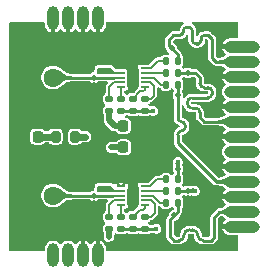
<source format=gbr>
%TF.GenerationSoftware,KiCad,Pcbnew,9.0.0*%
%TF.CreationDate,2025-02-25T16:03:33+01:00*%
%TF.ProjectId,2_In_6_Out,325f496e-5f36-45f4-9f75-742e6b696361,0*%
%TF.SameCoordinates,Original*%
%TF.FileFunction,Copper,L1,Top*%
%TF.FilePolarity,Positive*%
%FSLAX46Y46*%
G04 Gerber Fmt 4.6, Leading zero omitted, Abs format (unit mm)*
G04 Created by KiCad (PCBNEW 9.0.0) date 2025-02-25 16:03:33*
%MOMM*%
%LPD*%
G01*
G04 APERTURE LIST*
G04 Aperture macros list*
%AMRoundRect*
0 Rectangle with rounded corners*
0 $1 Rounding radius*
0 $2 $3 $4 $5 $6 $7 $8 $9 X,Y pos of 4 corners*
0 Add a 4 corners polygon primitive as box body*
4,1,4,$2,$3,$4,$5,$6,$7,$8,$9,$2,$3,0*
0 Add four circle primitives for the rounded corners*
1,1,$1+$1,$2,$3*
1,1,$1+$1,$4,$5*
1,1,$1+$1,$6,$7*
1,1,$1+$1,$8,$9*
0 Add four rect primitives between the rounded corners*
20,1,$1+$1,$2,$3,$4,$5,0*
20,1,$1+$1,$4,$5,$6,$7,0*
20,1,$1+$1,$6,$7,$8,$9,0*
20,1,$1+$1,$8,$9,$2,$3,0*%
%AMOutline5P*
0 Free polygon, 5 corners , with rotation*
0 The origin of the aperture is its center*
0 number of corners: always 5*
0 $1 to $10 corner X, Y*
0 $11 Rotation angle, in degrees counterclockwise*
0 create outline with 5 corners*
4,1,5,$1,$2,$3,$4,$5,$6,$7,$8,$9,$10,$1,$2,$11*%
%AMOutline6P*
0 Free polygon, 6 corners , with rotation*
0 The origin of the aperture is its center*
0 number of corners: always 6*
0 $1 to $12 corner X, Y*
0 $13 Rotation angle, in degrees counterclockwise*
0 create outline with 6 corners*
4,1,6,$1,$2,$3,$4,$5,$6,$7,$8,$9,$10,$11,$12,$1,$2,$13*%
%AMOutline7P*
0 Free polygon, 7 corners , with rotation*
0 The origin of the aperture is its center*
0 number of corners: always 7*
0 $1 to $14 corner X, Y*
0 $15 Rotation angle, in degrees counterclockwise*
0 create outline with 7 corners*
4,1,7,$1,$2,$3,$4,$5,$6,$7,$8,$9,$10,$11,$12,$13,$14,$1,$2,$15*%
%AMOutline8P*
0 Free polygon, 8 corners , with rotation*
0 The origin of the aperture is its center*
0 number of corners: always 8*
0 $1 to $16 corner X, Y*
0 $17 Rotation angle, in degrees counterclockwise*
0 create outline with 8 corners*
4,1,8,$1,$2,$3,$4,$5,$6,$7,$8,$9,$10,$11,$12,$13,$14,$15,$16,$1,$2,$17*%
G04 Aperture macros list end*
%TA.AperFunction,Conductor*%
%ADD10C,0.200000*%
%TD*%
%TA.AperFunction,SMDPad,CuDef*%
%ADD11RoundRect,0.135000X-0.185000X0.135000X-0.185000X-0.135000X0.185000X-0.135000X0.185000X0.135000X0*%
%TD*%
%TA.AperFunction,CastellatedPad*%
%ADD12O,3.000000X1.000000*%
%TD*%
%TA.AperFunction,ComponentPad*%
%ADD13O,1.000000X2.000000*%
%TD*%
%TA.AperFunction,SMDPad,CuDef*%
%ADD14RoundRect,0.135000X-0.135000X-0.185000X0.135000X-0.185000X0.135000X0.185000X-0.135000X0.185000X0*%
%TD*%
%TA.AperFunction,SMDPad,CuDef*%
%ADD15RoundRect,0.218750X0.218750X0.256250X-0.218750X0.256250X-0.218750X-0.256250X0.218750X-0.256250X0*%
%TD*%
%TA.AperFunction,SMDPad,CuDef*%
%ADD16RoundRect,0.100000X0.130000X0.100000X-0.130000X0.100000X-0.130000X-0.100000X0.130000X-0.100000X0*%
%TD*%
%TA.AperFunction,SMDPad,CuDef*%
%ADD17C,1.600000*%
%TD*%
%TA.AperFunction,SMDPad,CuDef*%
%ADD18R,1.600000X1.600000*%
%TD*%
%TA.AperFunction,SMDPad,CuDef*%
%ADD19RoundRect,0.100000X-0.162635X0.021213X0.021213X-0.162635X0.162635X-0.021213X-0.021213X0.162635X0*%
%TD*%
%TA.AperFunction,SMDPad,CuDef*%
%ADD20RoundRect,0.218750X-0.218750X-0.256250X0.218750X-0.256250X0.218750X0.256250X-0.218750X0.256250X0*%
%TD*%
%TA.AperFunction,SMDPad,CuDef*%
%ADD21RoundRect,0.140000X0.170000X-0.140000X0.170000X0.140000X-0.170000X0.140000X-0.170000X-0.140000X0*%
%TD*%
%TA.AperFunction,SMDPad,CuDef*%
%ADD22RoundRect,0.100000X-0.021213X-0.162635X0.162635X0.021213X0.021213X0.162635X-0.162635X-0.021213X0*%
%TD*%
%TA.AperFunction,SMDPad,CuDef*%
%ADD23RoundRect,0.135000X0.185000X-0.135000X0.185000X0.135000X-0.185000X0.135000X-0.185000X-0.135000X0*%
%TD*%
%TA.AperFunction,SMDPad,CuDef*%
%ADD24RoundRect,0.100000X-0.100000X0.130000X-0.100000X-0.130000X0.100000X-0.130000X0.100000X0.130000X0*%
%TD*%
%TA.AperFunction,SMDPad,CuDef*%
%ADD25R,0.750000X0.200000*%
%TD*%
%TA.AperFunction,SMDPad,CuDef*%
%ADD26Outline5P,-0.750000X0.475000X0.750000X0.475000X0.750000X-0.475000X-0.560000X-0.475000X-0.750000X-0.285000X270.000000*%
%TD*%
%TA.AperFunction,SMDPad,CuDef*%
%ADD27RoundRect,0.100000X0.100000X-0.130000X0.100000X0.130000X-0.100000X0.130000X-0.100000X-0.130000X0*%
%TD*%
%TA.AperFunction,SMDPad,CuDef*%
%ADD28RoundRect,0.200000X-0.200000X-0.275000X0.200000X-0.275000X0.200000X0.275000X-0.200000X0.275000X0*%
%TD*%
%TA.AperFunction,ViaPad*%
%ADD29C,0.450000*%
%TD*%
%TA.AperFunction,Conductor*%
%ADD30C,0.245000*%
%TD*%
%TA.AperFunction,Conductor*%
%ADD31C,0.600000*%
%TD*%
%TA.AperFunction,Conductor*%
%ADD32C,0.150000*%
%TD*%
%TA.AperFunction,Conductor*%
%ADD33C,0.500000*%
%TD*%
G04 APERTURE END LIST*
%TO.N,3V3*%
D10*
X96966250Y-64990000D02*
X97996250Y-64990000D01*
X97996250Y-65350000D01*
X96966250Y-65350000D01*
X96966250Y-64990000D01*
%TA.AperFunction,Conductor*%
G36*
X96966250Y-64990000D02*
G01*
X97996250Y-64990000D01*
X97996250Y-65350000D01*
X96966250Y-65350000D01*
X96966250Y-64990000D01*
G37*
%TD.AperFunction*%
X96976250Y-54990000D02*
X97996250Y-54990000D01*
X97996250Y-55350000D01*
X96976250Y-55350000D01*
X96976250Y-54990000D01*
%TA.AperFunction,Conductor*%
G36*
X96976250Y-54990000D02*
G01*
X97996250Y-54990000D01*
X97996250Y-55350000D01*
X96976250Y-55350000D01*
X96976250Y-54990000D01*
G37*
%TD.AperFunction*%
%TD*%
D11*
%TO.P,R4,1*%
%TO.N,/ClockBuffers/MasterTrigger_EN_1*%
X99896250Y-57540000D03*
%TO.P,R4,2*%
%TO.N,3V3*%
X99896250Y-58560000D03*
%TD*%
%TO.P,R8,1*%
%TO.N,/ClockBuffers/MasterTrigger_EN_2*%
X100896250Y-57540000D03*
%TO.P,R8,2*%
%TO.N,3V3*%
X100896250Y-58560000D03*
%TD*%
D12*
%TO.P,J3,1,Pin_1*%
%TO.N,GND*%
X109146250Y-53130000D03*
%TO.P,J3,2,Pin_2*%
%TO.N,/ClockBuffers/MasterTrigger_out_3*%
X109146250Y-54400000D03*
%TO.P,J3,3,Pin_3*%
%TO.N,GND*%
X109146250Y-55670000D03*
%TO.P,J3,4,Pin_4*%
%TO.N,/ClockBuffers/Heimtime_out_3*%
X109146250Y-56940000D03*
%TO.P,J3,5,Pin_5*%
%TO.N,GND*%
X109146250Y-58210000D03*
%TO.P,J3,6,Pin_6*%
%TO.N,/ClockBuffers/MasterTrigger_out_2*%
X109146250Y-59480000D03*
%TO.P,J3,7,Pin_7*%
%TO.N,GND*%
X109146250Y-60750000D03*
%TO.P,J3,8,Pin_8*%
%TO.N,/ClockBuffers/Heimtime_out_2*%
X109146250Y-62020000D03*
%TO.P,J3,9,Pin_9*%
%TO.N,GND*%
X109146250Y-63290000D03*
%TO.P,J3,10,Pin_10*%
%TO.N,/ClockBuffers/MasterTrigger_out_1*%
X109146250Y-64560000D03*
%TO.P,J3,11,Pin_11*%
%TO.N,GND*%
X109146250Y-65830000D03*
%TO.P,J3,12,Pin_12*%
%TO.N,/ClockBuffers/Heimtime_out_1*%
X109146250Y-67100000D03*
%TO.P,J3,13,Pin_13*%
%TO.N,GND*%
X109146250Y-68370000D03*
%TD*%
D13*
%TO.P,J4,1,Pin_1*%
%TO.N,GND*%
X96956250Y-50750000D03*
%TO.P,J4,2,Pin_2*%
X95686250Y-50750000D03*
%TO.P,J4,3,Pin_3*%
X94416250Y-50750000D03*
%TO.P,J4,4,Pin_4*%
X93146250Y-50750000D03*
%TD*%
D14*
%TO.P,R6,1*%
%TO.N,Net-(U2-Out_2)*%
X102696250Y-55350000D03*
%TO.P,R6,2*%
%TO.N,/ClockBuffers/MasterTrigger_out_2*%
X103716250Y-55350000D03*
%TD*%
D15*
%TO.P,D2,1,K*%
%TO.N,GND*%
X100663750Y-59840000D03*
%TO.P,D2,2,A*%
%TO.N,Net-(D2-A)*%
X99088750Y-59840000D03*
%TD*%
D16*
%TO.P,D7,1,A1*%
%TO.N,/ClockBuffers/MasterTrigger_out_1*%
X103716250Y-57230000D03*
%TO.P,D7,2,A2*%
%TO.N,GND*%
X103076250Y-57230000D03*
%TD*%
D17*
%TO.P,J2,1,In*%
%TO.N,/ClockBuffers/Heimtime_in*%
X93146250Y-65750000D03*
D18*
%TO.P,J2,2,Ext*%
%TO.N,GND*%
X95686250Y-63210000D03*
X90606250Y-63210000D03*
X95686250Y-68290000D03*
X90606250Y-68290000D03*
%TD*%
D19*
%TO.P,D13,1,A1*%
%TO.N,/ClockBuffers/Heimtime_out_1*%
X103409976Y-67423726D03*
%TO.P,D13,2,A2*%
%TO.N,GND*%
X103862524Y-67876274D03*
%TD*%
D11*
%TO.P,R9,1*%
%TO.N,/ClockBuffers/MasterTrigger_EN_3*%
X98896250Y-57540000D03*
%TO.P,R9,2*%
%TO.N,3V3*%
X98896250Y-58560000D03*
%TD*%
D20*
%TO.P,D1,1,K*%
%TO.N,GND*%
X90268750Y-60750000D03*
%TO.P,D1,2,A*%
%TO.N,Net-(D1-A)*%
X91843750Y-60750000D03*
%TD*%
D16*
%TO.P,D10,1,A1*%
%TO.N,/ClockBuffers/Heimtime_out_3*%
X103716250Y-63460000D03*
%TO.P,D10,2,A2*%
%TO.N,GND*%
X103076250Y-63460000D03*
%TD*%
D21*
%TO.P,C11,1*%
%TO.N,3V3*%
X97786250Y-65170000D03*
%TO.P,C11,2*%
%TO.N,GND*%
X97786250Y-64210000D03*
%TD*%
D11*
%TO.P,R3,1*%
%TO.N,/ClockBuffers/Heimtime_EN_3*%
X98896250Y-67540000D03*
%TO.P,R3,2*%
%TO.N,3V3*%
X98896250Y-68560000D03*
%TD*%
D22*
%TO.P,D11,1,A1*%
%TO.N,/ClockBuffers/MasterTrigger_out_3*%
X103199976Y-53286274D03*
%TO.P,D11,2,A2*%
%TO.N,GND*%
X103652524Y-52833726D03*
%TD*%
D14*
%TO.P,R5,1*%
%TO.N,Net-(U2-Out_3)*%
X102696250Y-54350000D03*
%TO.P,R5,2*%
%TO.N,/ClockBuffers/MasterTrigger_out_3*%
X103716250Y-54350000D03*
%TD*%
D23*
%TO.P,R12,1*%
%TO.N,Net-(D3-A)*%
X97896250Y-68560000D03*
%TO.P,R12,2*%
%TO.N,/ClockBuffers/Heimtime_status*%
X97896250Y-67540000D03*
%TD*%
%TO.P,R11,1*%
%TO.N,Net-(D2-A)*%
X97896250Y-58560000D03*
%TO.P,R11,2*%
%TO.N,/ClockBuffers/MasterTrigger_status*%
X97896250Y-57540000D03*
%TD*%
D17*
%TO.P,J1,1,In*%
%TO.N,/ClockBuffers/MasterTrigger_in*%
X93146250Y-55750000D03*
D18*
%TO.P,J1,2,Ext*%
%TO.N,GND*%
X95686250Y-53210000D03*
X90606250Y-53210000D03*
X95686250Y-58290000D03*
X90606250Y-58290000D03*
%TD*%
D11*
%TO.P,R1,1*%
%TO.N,/ClockBuffers/Heimtime_EN_1*%
X99896250Y-67540000D03*
%TO.P,R1,2*%
%TO.N,3V3*%
X99896250Y-68560000D03*
%TD*%
D21*
%TO.P,C1,1*%
%TO.N,3V3*%
X97786250Y-55170000D03*
%TO.P,C1,2*%
%TO.N,GND*%
X97786250Y-54210000D03*
%TD*%
D14*
%TO.P,R14,1*%
%TO.N,Net-(U4-Out_3)*%
X102696250Y-64350000D03*
%TO.P,R14,2*%
%TO.N,/ClockBuffers/Heimtime_out_3*%
X103716250Y-64350000D03*
%TD*%
D24*
%TO.P,D5,1,A1*%
%TO.N,/ClockBuffers/MasterTrigger_in*%
X96626250Y-55750000D03*
%TO.P,D5,2,A2*%
%TO.N,GND*%
X96626250Y-56390000D03*
%TD*%
D25*
%TO.P,U2,1,GND*%
%TO.N,GND*%
X98896250Y-54950000D03*
D26*
X99896250Y-55750000D03*
D25*
%TO.P,U2,2,VDD*%
%TO.N,3V3*%
X98896250Y-55350000D03*
%TO.P,U2,3,CLK_In*%
%TO.N,/ClockBuffers/MasterTrigger_in*%
X98896250Y-55750000D03*
%TO.P,U2,4,E_OSC*%
%TO.N,/ClockBuffers/MasterTrigger_status*%
X98896250Y-56150000D03*
%TO.P,U2,5,OE_3*%
%TO.N,/ClockBuffers/MasterTrigger_EN_3*%
X98896250Y-56550000D03*
%TO.P,U2,6,OE_1*%
%TO.N,/ClockBuffers/MasterTrigger_EN_1*%
X100896250Y-56550000D03*
%TO.P,U2,7,OE_2*%
%TO.N,/ClockBuffers/MasterTrigger_EN_2*%
X100896250Y-56150000D03*
%TO.P,U2,8,Out_1*%
%TO.N,Net-(U2-Out_1)*%
X100896250Y-55750000D03*
%TO.P,U2,9,Out_2*%
%TO.N,Net-(U2-Out_2)*%
X100896250Y-55350000D03*
%TO.P,U2,10,Out_3*%
%TO.N,Net-(U2-Out_3)*%
X100896250Y-54950000D03*
%TD*%
D14*
%TO.P,R16,1*%
%TO.N,Net-(U4-Out_1)*%
X102696250Y-66350000D03*
%TO.P,R16,2*%
%TO.N,/ClockBuffers/Heimtime_out_1*%
X103716250Y-66350000D03*
%TD*%
D27*
%TO.P,D9,1,A1*%
%TO.N,/ClockBuffers/MasterTrigger_out_2*%
X104546250Y-55350000D03*
%TO.P,D9,2,A2*%
%TO.N,GND*%
X104546250Y-54710000D03*
%TD*%
D24*
%TO.P,D6,1,A1*%
%TO.N,/ClockBuffers/Heimtime_in*%
X96626250Y-65750000D03*
%TO.P,D6,2,A2*%
%TO.N,GND*%
X96626250Y-66390000D03*
%TD*%
D13*
%TO.P,J5,1,Pin_1*%
%TO.N,GND*%
X96956250Y-70750000D03*
%TO.P,J5,2,Pin_2*%
X95686250Y-70750000D03*
%TO.P,J5,3,Pin_3*%
%TO.N,3V3*%
X94416250Y-70750000D03*
%TO.P,J5,4,Pin_4*%
X93146250Y-70750000D03*
%TD*%
D11*
%TO.P,R2,1*%
%TO.N,/ClockBuffers/Heimtime_EN_2*%
X100896250Y-67540000D03*
%TO.P,R2,2*%
%TO.N,3V3*%
X100896250Y-68560000D03*
%TD*%
D14*
%TO.P,R7,1*%
%TO.N,Net-(U2-Out_1)*%
X102696250Y-56350000D03*
%TO.P,R7,2*%
%TO.N,/ClockBuffers/MasterTrigger_out_1*%
X103716250Y-56350000D03*
%TD*%
D24*
%TO.P,D8,1,A1*%
%TO.N,/ClockBuffers/Heimtime_out_2*%
X104546250Y-65350000D03*
%TO.P,D8,2,A2*%
%TO.N,GND*%
X104546250Y-65990000D03*
%TD*%
D28*
%TO.P,R10,1*%
%TO.N,Net-(D1-A)*%
X93361250Y-60750000D03*
%TO.P,R10,2*%
%TO.N,3V3*%
X95011250Y-60750000D03*
%TD*%
D25*
%TO.P,U4,1,GND*%
%TO.N,GND*%
X98896250Y-64950000D03*
D26*
X99896250Y-65750000D03*
D25*
%TO.P,U4,2,VDD*%
%TO.N,3V3*%
X98896250Y-65350000D03*
%TO.P,U4,3,CLK_In*%
%TO.N,/ClockBuffers/Heimtime_in*%
X98896250Y-65750000D03*
%TO.P,U4,4,E_OSC*%
%TO.N,/ClockBuffers/Heimtime_status*%
X98896250Y-66150000D03*
%TO.P,U4,5,OE_3*%
%TO.N,/ClockBuffers/Heimtime_EN_3*%
X98896250Y-66550000D03*
%TO.P,U4,6,OE_1*%
%TO.N,/ClockBuffers/Heimtime_EN_1*%
X100896250Y-66550000D03*
%TO.P,U4,7,OE_2*%
%TO.N,/ClockBuffers/Heimtime_EN_2*%
X100896250Y-66150000D03*
%TO.P,U4,8,Out_1*%
%TO.N,Net-(U4-Out_1)*%
X100896250Y-65750000D03*
%TO.P,U4,9,Out_2*%
%TO.N,Net-(U4-Out_2)*%
X100896250Y-65350000D03*
%TO.P,U4,10,Out_3*%
%TO.N,Net-(U4-Out_3)*%
X100896250Y-64950000D03*
%TD*%
D14*
%TO.P,R15,1*%
%TO.N,Net-(U4-Out_2)*%
X102696250Y-65350000D03*
%TO.P,R15,2*%
%TO.N,/ClockBuffers/Heimtime_out_2*%
X103716250Y-65350000D03*
%TD*%
D15*
%TO.P,D3,1,K*%
%TO.N,GND*%
X100683750Y-61660000D03*
%TO.P,D3,2,A*%
%TO.N,Net-(D3-A)*%
X99108750Y-61660000D03*
%TD*%
D29*
%TO.N,GND*%
X100216250Y-63240000D03*
X99626250Y-56760000D03*
X97656250Y-60480000D03*
X101346250Y-69630000D03*
X101816250Y-60810000D03*
X100326250Y-54140000D03*
X94356250Y-57020000D03*
X95436250Y-66640000D03*
X102606250Y-60800000D03*
X103996250Y-53150000D03*
X90696250Y-65050000D03*
X99476250Y-53250000D03*
X105876250Y-53690000D03*
X89766250Y-65790000D03*
X97786250Y-53630000D03*
X106526250Y-66060000D03*
X93826250Y-57980000D03*
X101106250Y-62910000D03*
X98986250Y-63350000D03*
X97431250Y-61856267D03*
X106436250Y-60860000D03*
X97266250Y-63420000D03*
X90346250Y-51640000D03*
X91416250Y-65840000D03*
X100876250Y-64260000D03*
X92556250Y-63400000D03*
X100116250Y-51630000D03*
X94506250Y-54920000D03*
X93346250Y-54230000D03*
X98626250Y-51710000D03*
X92196250Y-67950000D03*
X99206250Y-64260000D03*
X94396250Y-67050000D03*
X97096250Y-54510000D03*
X99656250Y-66730000D03*
X105207737Y-65945728D03*
X100286250Y-69860000D03*
X104226250Y-67570000D03*
X103110564Y-62838159D03*
X89866250Y-66990000D03*
X100376250Y-53480000D03*
X104816250Y-69870000D03*
X107686250Y-69560000D03*
X101746250Y-63500000D03*
X102366250Y-69170000D03*
X92096250Y-53950000D03*
X101906250Y-52270000D03*
X94156250Y-68170000D03*
X101076250Y-54140000D03*
X104956250Y-60750000D03*
X97236250Y-56440000D03*
X90596250Y-66250000D03*
X106616250Y-62850000D03*
X98956250Y-54160000D03*
X96522972Y-60499311D03*
X92896250Y-64250000D03*
X91626250Y-66770000D03*
X99443773Y-52281263D03*
X100386250Y-52540000D03*
X101096250Y-53110000D03*
X101722216Y-57994846D03*
X105846250Y-66080000D03*
X95366250Y-54770000D03*
X106496250Y-55300000D03*
X99626250Y-54130000D03*
X102026250Y-53230000D03*
X102106250Y-67900000D03*
X91446250Y-54530000D03*
X97996250Y-52730000D03*
X105126250Y-54700000D03*
X97100532Y-64515000D03*
X90476250Y-56340000D03*
X92756250Y-57160000D03*
X91496250Y-57050000D03*
X99716250Y-64280000D03*
X92556250Y-53310000D03*
X90426250Y-55110000D03*
X91433048Y-56048181D03*
X93276250Y-67370000D03*
X102656250Y-51650000D03*
X106536250Y-58530000D03*
X89746250Y-64720000D03*
X99476250Y-69330000D03*
X93906250Y-53340000D03*
X95336250Y-64890000D03*
X102466250Y-57330000D03*
X104676250Y-56580000D03*
X106696250Y-51520000D03*
X90296250Y-59850000D03*
X91556250Y-51620000D03*
X91906250Y-58310000D03*
X93996250Y-63830000D03*
X100296250Y-64290000D03*
X98155506Y-69784027D03*
X101026250Y-52040000D03*
X101976250Y-62660000D03*
X94496250Y-64750000D03*
X91896250Y-64750000D03*
X102646250Y-58180000D03*
X95336250Y-56510000D03*
X104526250Y-58890000D03*
%TO.N,3V3*%
X101906250Y-68550000D03*
X101616250Y-58560000D03*
X97086250Y-55170000D03*
X97086250Y-65170000D03*
X95896250Y-60750000D03*
%TO.N,/ClockBuffers/Heimtime_out_3*%
X103706250Y-62910000D03*
%TO.N,/ClockBuffers/Heimtime_out_2*%
X105136250Y-65350000D03*
%TO.N,Net-(D3-A)*%
X98056250Y-61660000D03*
X97886250Y-69220000D03*
%TD*%
D10*
%TO.N,3V3*%
X97966250Y-65350000D02*
X97786250Y-65170000D01*
X98896250Y-55350000D02*
X97966250Y-55350000D01*
D30*
X101906250Y-68550000D02*
X100906250Y-68550000D01*
D31*
X95011250Y-60750000D02*
X95896250Y-60750000D01*
D30*
X100896250Y-58560000D02*
X98896250Y-58560000D01*
X100896250Y-58560000D02*
X101616250Y-58560000D01*
D10*
X98896250Y-65350000D02*
X97966250Y-65350000D01*
D30*
X100906250Y-68550000D02*
X100896250Y-68560000D01*
D10*
X97966250Y-55350000D02*
X97786250Y-55170000D01*
X97786250Y-55170000D02*
X97086250Y-55170000D01*
D30*
X100896250Y-68560000D02*
X98896250Y-68560000D01*
D10*
%TO.N,/ClockBuffers/MasterTrigger_in*%
X98896250Y-55750000D02*
X98276250Y-55750000D01*
D30*
X98276250Y-55750000D02*
X93146250Y-55750000D01*
D10*
%TO.N,/ClockBuffers/Heimtime_in*%
X98896250Y-65750000D02*
X98266250Y-65750000D01*
D30*
X98266250Y-65750000D02*
X93146250Y-65750000D01*
D10*
%TO.N,Net-(U2-Out_3)*%
X100896250Y-54950000D02*
X101406250Y-54950000D01*
X102006250Y-54350000D02*
X102696250Y-54350000D01*
X101406250Y-54950000D02*
X102006250Y-54350000D01*
D30*
%TO.N,/ClockBuffers/MasterTrigger_out_3*%
X106136250Y-52160000D02*
X106296250Y-52160000D01*
X103336250Y-52160000D02*
X103886250Y-52160000D01*
X103716250Y-54350000D02*
X103766250Y-54400000D01*
X102956250Y-53040000D02*
X102956250Y-52540000D01*
X104936250Y-51860000D02*
X104936250Y-52594684D01*
X104486250Y-51475301D02*
X104636250Y-51475301D01*
X106976250Y-54430000D02*
X108693750Y-54430000D01*
X106606250Y-54060000D02*
X106976250Y-54430000D01*
X105986250Y-52160000D02*
X106136250Y-52160000D01*
X103716250Y-53800000D02*
X102956250Y-53040000D01*
X104186250Y-51860000D02*
X104186250Y-51775301D01*
X106606250Y-52470000D02*
X106606250Y-54060000D01*
X108693750Y-54430000D02*
X108723750Y-54400000D01*
X106296250Y-52160000D02*
X106606250Y-52470000D01*
X104936250Y-51775301D02*
X104936250Y-51860000D01*
X103716250Y-54350000D02*
X103716250Y-53800000D01*
X105686250Y-52594684D02*
X105686250Y-52460000D01*
X105236250Y-52894684D02*
X105386250Y-52894684D01*
X102956250Y-52540000D02*
X103336250Y-52160000D01*
X105686250Y-52460000D02*
G75*
G02*
X105986250Y-52159950I300050J0D01*
G01*
X104186250Y-51775301D02*
G75*
G02*
X104486250Y-51475250I300050J1D01*
G01*
X105386250Y-52894684D02*
G75*
G03*
X105686184Y-52594684I-50J299984D01*
G01*
X104936250Y-52594684D02*
G75*
G03*
X105236250Y-52894750I300050J-16D01*
G01*
X103886250Y-52160000D02*
G75*
G03*
X104186200Y-51860000I-50J300000D01*
G01*
X104636250Y-51475301D02*
G75*
G02*
X104936199Y-51775301I-50J-299999D01*
G01*
%TO.N,/ClockBuffers/MasterTrigger_out_2*%
X105576250Y-58950000D02*
X105576250Y-59120000D01*
X105576250Y-58686000D02*
X105576250Y-58860000D01*
X106622823Y-56946000D02*
X106622823Y-57120000D01*
X105576250Y-58860000D02*
X105576250Y-58950000D01*
X105576250Y-55720000D02*
X105576250Y-56250000D01*
X104529677Y-57816000D02*
X104529677Y-57990000D01*
X105924250Y-56598000D02*
X106274823Y-56598000D01*
X105924250Y-57468000D02*
X104877677Y-57468000D01*
X104877677Y-58338000D02*
X105228250Y-58338000D01*
X106274823Y-57468000D02*
X105924250Y-57468000D01*
X103716250Y-55350000D02*
X105206250Y-55350000D01*
X105936250Y-59480000D02*
X108723750Y-59480000D01*
X105576250Y-59120000D02*
X105936250Y-59480000D01*
X105206250Y-55350000D02*
X105576250Y-55720000D01*
X104529677Y-57990000D02*
G75*
G03*
X104877677Y-58338023I348023J0D01*
G01*
X104877677Y-57468000D02*
G75*
G03*
X104529700Y-57816000I23J-348000D01*
G01*
X105576250Y-56250000D02*
G75*
G03*
X105924250Y-56598050I348050J0D01*
G01*
X106274823Y-56598000D02*
G75*
G02*
X106622800Y-56946000I-23J-348000D01*
G01*
X105228250Y-58338000D02*
G75*
G02*
X105576200Y-58686000I-50J-348000D01*
G01*
X106622823Y-57120000D02*
G75*
G02*
X106274823Y-57468023I-348023J0D01*
G01*
D10*
%TO.N,Net-(U2-Out_2)*%
X100896250Y-55350000D02*
X102696250Y-55350000D01*
%TO.N,Net-(U2-Out_1)*%
X101686250Y-55750000D02*
X102286250Y-56350000D01*
X100896250Y-55750000D02*
X101686250Y-55750000D01*
X102286250Y-56350000D02*
X102696250Y-56350000D01*
D30*
%TO.N,/ClockBuffers/MasterTrigger_out_1*%
X103716250Y-56350000D02*
X103716250Y-59180000D01*
X105207976Y-62771726D02*
X106996250Y-64560000D01*
X104332798Y-59796548D02*
X104332798Y-59960000D01*
X103716250Y-60740000D02*
X103716250Y-61280000D01*
X103716250Y-61280000D02*
X105207976Y-62771726D01*
X106996250Y-64560000D02*
X108723750Y-64560000D01*
X103716250Y-60576548D02*
X103716250Y-60740000D01*
X104332798Y-59960000D02*
G75*
G02*
X104024524Y-60268298I-308298J0D01*
G01*
X104024524Y-59488274D02*
G75*
G02*
X104332726Y-59796548I-24J-308226D01*
G01*
X104024524Y-60268274D02*
G75*
G03*
X103716274Y-60576548I-24J-308226D01*
G01*
X103716250Y-59180000D02*
G75*
G03*
X104024524Y-59488250I308250J0D01*
G01*
%TO.N,/ClockBuffers/Heimtime_out_3*%
X103716250Y-62920000D02*
X103716250Y-64350000D01*
X103706250Y-62910000D02*
X103716250Y-62920000D01*
D10*
%TO.N,Net-(U4-Out_3)*%
X101336250Y-64950000D02*
X101936250Y-64350000D01*
X101936250Y-64350000D02*
X102696250Y-64350000D01*
X100896250Y-64950000D02*
X101336250Y-64950000D01*
%TO.N,Net-(U4-Out_2)*%
X100896250Y-65350000D02*
X102696250Y-65350000D01*
D30*
%TO.N,/ClockBuffers/Heimtime_out_2*%
X105136250Y-65350000D02*
X103716250Y-65350000D01*
D10*
%TO.N,Net-(U4-Out_1)*%
X102246250Y-66350000D02*
X102696250Y-66350000D01*
X100896250Y-65750000D02*
X101646250Y-65750000D01*
X101646250Y-65750000D02*
X102246250Y-66350000D01*
D30*
%TO.N,/ClockBuffers/Heimtime_out_1*%
X103066250Y-67760000D02*
X103066250Y-69210000D01*
X106655309Y-69400941D02*
X106786250Y-69270000D01*
X103716250Y-67110000D02*
X103066250Y-67760000D01*
X103066250Y-69210000D02*
X103416250Y-69560000D01*
X105864600Y-69560000D02*
X106101756Y-69560000D01*
X103716250Y-66350000D02*
X103716250Y-67110000D01*
X107256250Y-67100000D02*
X108723750Y-67100000D01*
X103416250Y-69560000D02*
X103781756Y-69560000D01*
X106786250Y-69270000D02*
X106786250Y-67570000D01*
X106786250Y-67570000D02*
X107256250Y-67100000D01*
X106496250Y-69560000D02*
X106655309Y-69400941D01*
X104704600Y-68637156D02*
X104941756Y-68637156D01*
X106101756Y-69560000D02*
X106496250Y-69560000D01*
X105403178Y-69098578D02*
G75*
G03*
X105864600Y-69560022I461422J-22D01*
G01*
X104243178Y-69098578D02*
G75*
G02*
X104704600Y-68637178I461422J-22D01*
G01*
X103781756Y-69560000D02*
G75*
G03*
X104243200Y-69098578I44J461400D01*
G01*
X104941756Y-68637156D02*
G75*
G02*
X105403244Y-69098578I44J-461444D01*
G01*
D32*
%TO.N,/ClockBuffers/Heimtime_EN_2*%
X101436250Y-66150000D02*
X101746250Y-66460000D01*
X101746250Y-67200000D02*
X101406250Y-67540000D01*
X101406250Y-67540000D02*
X100896250Y-67540000D01*
X100896250Y-66150000D02*
X101436250Y-66150000D01*
X101746250Y-66460000D02*
X101746250Y-67200000D01*
%TO.N,/ClockBuffers/Heimtime_EN_3*%
X98896250Y-66550000D02*
X98896250Y-67540000D01*
%TO.N,/ClockBuffers/Heimtime_EN_1*%
X100506250Y-66930000D02*
X99896250Y-67540000D01*
X100896250Y-66770000D02*
X100736250Y-66930000D01*
X100736250Y-66930000D02*
X100506250Y-66930000D01*
X100896250Y-66550000D02*
X100896250Y-66770000D01*
%TO.N,/ClockBuffers/MasterTrigger_EN_3*%
X98896250Y-56550000D02*
X98896250Y-57540000D01*
%TO.N,/ClockBuffers/MasterTrigger_EN_1*%
X100526250Y-56910000D02*
X99896250Y-57540000D01*
X100896250Y-56550000D02*
X100896250Y-56780000D01*
X100896250Y-56780000D02*
X100766250Y-56910000D01*
X100766250Y-56910000D02*
X100526250Y-56910000D01*
%TO.N,/ClockBuffers/MasterTrigger_EN_2*%
X100896250Y-56150000D02*
X101386250Y-56150000D01*
X101386250Y-56150000D02*
X101666250Y-56430000D01*
X101666250Y-56430000D02*
X101666250Y-57280000D01*
X101666250Y-57280000D02*
X101406250Y-57540000D01*
X101406250Y-57540000D02*
X100896250Y-57540000D01*
D10*
%TO.N,/ClockBuffers/MasterTrigger_status*%
X97896250Y-56575000D02*
X97896250Y-57540000D01*
X98896250Y-56150000D02*
X98321250Y-56150000D01*
X98321250Y-56150000D02*
X97896250Y-56575000D01*
%TO.N,/ClockBuffers/Heimtime_status*%
X98896250Y-66150000D02*
X98321250Y-66150000D01*
X98321250Y-66150000D02*
X97896250Y-66575000D01*
X97896250Y-66575000D02*
X97896250Y-67540000D01*
D31*
%TO.N,Net-(D1-A)*%
X91843750Y-60750000D02*
X93361250Y-60750000D01*
D33*
%TO.N,Net-(D2-A)*%
X97896250Y-58560000D02*
X97896250Y-59380000D01*
X98356250Y-59840000D02*
X99088750Y-59840000D01*
X97896250Y-59380000D02*
X98356250Y-59840000D01*
%TO.N,Net-(D3-A)*%
X97896250Y-68560000D02*
X97896250Y-69210000D01*
X97896250Y-69210000D02*
X97886250Y-69220000D01*
X98056250Y-61660000D02*
X99108750Y-61660000D01*
%TD*%
%TA.AperFunction,Conductor*%
%TO.N,GND*%
G36*
X92405441Y-51069407D02*
G01*
X92441405Y-51118907D01*
X92446250Y-51149500D01*
X92446250Y-51318944D01*
X92473151Y-51454183D01*
X92525916Y-51581571D01*
X92602521Y-51696220D01*
X92700029Y-51793728D01*
X92814678Y-51870333D01*
X92942063Y-51923097D01*
X92942069Y-51923099D01*
X92946250Y-51923929D01*
X92946250Y-51149500D01*
X92965157Y-51091309D01*
X93014657Y-51055345D01*
X93024371Y-51053806D01*
X93103463Y-51075000D01*
X93189037Y-51075000D01*
X93262263Y-51055378D01*
X93305441Y-51069407D01*
X93341405Y-51118907D01*
X93346250Y-51149500D01*
X93346250Y-51923929D01*
X93350430Y-51923099D01*
X93350436Y-51923097D01*
X93477821Y-51870333D01*
X93592470Y-51793728D01*
X93689980Y-51696218D01*
X93698934Y-51682818D01*
X93746983Y-51644938D01*
X93808121Y-51642535D01*
X93858995Y-51676527D01*
X93863566Y-51682818D01*
X93872519Y-51696218D01*
X93970029Y-51793728D01*
X94084678Y-51870333D01*
X94212063Y-51923097D01*
X94212069Y-51923099D01*
X94216250Y-51923929D01*
X94216250Y-51149500D01*
X94235157Y-51091309D01*
X94284657Y-51055345D01*
X94294371Y-51053806D01*
X94373463Y-51075000D01*
X94459037Y-51075000D01*
X94532263Y-51055378D01*
X94575441Y-51069407D01*
X94611405Y-51118907D01*
X94616250Y-51149500D01*
X94616250Y-51923929D01*
X94620430Y-51923099D01*
X94620436Y-51923097D01*
X94747821Y-51870333D01*
X94862470Y-51793728D01*
X94959980Y-51696218D01*
X94968934Y-51682818D01*
X95016983Y-51644938D01*
X95078121Y-51642535D01*
X95128995Y-51676527D01*
X95133566Y-51682818D01*
X95142519Y-51696218D01*
X95240029Y-51793728D01*
X95354678Y-51870333D01*
X95482063Y-51923097D01*
X95482069Y-51923099D01*
X95486250Y-51923929D01*
X95486250Y-51149500D01*
X95505157Y-51091309D01*
X95554657Y-51055345D01*
X95564371Y-51053806D01*
X95643463Y-51075000D01*
X95729037Y-51075000D01*
X95802263Y-51055378D01*
X95845441Y-51069407D01*
X95881405Y-51118907D01*
X95886250Y-51149500D01*
X95886250Y-51923929D01*
X95890430Y-51923099D01*
X95890436Y-51923097D01*
X96017821Y-51870333D01*
X96132470Y-51793728D01*
X96229980Y-51696218D01*
X96238934Y-51682818D01*
X96286983Y-51644938D01*
X96348121Y-51642535D01*
X96398995Y-51676527D01*
X96403566Y-51682818D01*
X96412519Y-51696218D01*
X96510029Y-51793728D01*
X96624678Y-51870333D01*
X96752063Y-51923097D01*
X96752069Y-51923099D01*
X96756250Y-51923929D01*
X96756250Y-51149500D01*
X96775157Y-51091309D01*
X96824657Y-51055345D01*
X96834371Y-51053806D01*
X96913463Y-51075000D01*
X96999037Y-51075000D01*
X97072263Y-51055378D01*
X97115441Y-51069407D01*
X97151405Y-51118907D01*
X97156250Y-51149500D01*
X97156250Y-51923929D01*
X97160430Y-51923099D01*
X97160436Y-51923097D01*
X97287821Y-51870333D01*
X97402470Y-51793728D01*
X97499978Y-51696220D01*
X97576583Y-51581571D01*
X97629348Y-51454183D01*
X97656249Y-51318944D01*
X97656250Y-51318942D01*
X97656250Y-51149500D01*
X97675157Y-51091309D01*
X97724657Y-51055345D01*
X97755250Y-51050500D01*
X104121648Y-51050500D01*
X104179839Y-51069407D01*
X104215803Y-51118907D01*
X104215803Y-51180093D01*
X104179839Y-51229593D01*
X104164618Y-51238687D01*
X104157978Y-51241886D01*
X104152662Y-51244447D01*
X104042912Y-51331986D01*
X103955390Y-51441752D01*
X103955390Y-51441753D01*
X103894485Y-51568239D01*
X103886676Y-51602457D01*
X103863249Y-51705109D01*
X103863249Y-51732777D01*
X103863250Y-51737997D01*
X103844344Y-51796189D01*
X103794845Y-51832154D01*
X103764250Y-51837000D01*
X103293726Y-51837000D01*
X103273188Y-51842503D01*
X103252650Y-51848006D01*
X103252649Y-51848005D01*
X103211576Y-51859011D01*
X103211572Y-51859013D01*
X103137927Y-51901532D01*
X103137922Y-51901536D01*
X102757924Y-52281533D01*
X102757925Y-52281534D01*
X102757923Y-52281536D01*
X102757922Y-52281535D01*
X102697787Y-52341671D01*
X102688171Y-52358327D01*
X102655261Y-52415325D01*
X102652005Y-52427479D01*
X102645494Y-52451780D01*
X102633250Y-52497476D01*
X102633250Y-52997477D01*
X102633250Y-53082523D01*
X102655262Y-53164674D01*
X102667815Y-53186416D01*
X102697786Y-53238327D01*
X102714546Y-53255087D01*
X102719855Y-53262939D01*
X102725825Y-53283673D01*
X102735623Y-53302903D01*
X102736842Y-53318390D01*
X102736842Y-53363661D01*
X102777425Y-53468419D01*
X102777426Y-53468420D01*
X102793132Y-53488248D01*
X102881104Y-53576220D01*
X102968159Y-53663274D01*
X102995937Y-53717791D01*
X102986366Y-53778223D01*
X102943101Y-53821488D01*
X102885234Y-53831431D01*
X102870567Y-53829500D01*
X102870566Y-53829500D01*
X102521934Y-53829500D01*
X102507266Y-53831431D01*
X102473075Y-53835932D01*
X102473074Y-53835932D01*
X102365848Y-53885933D01*
X102282183Y-53969598D01*
X102271579Y-53992340D01*
X102229851Y-54037088D01*
X102181855Y-54049500D01*
X101966685Y-54049500D01*
X101890264Y-54069977D01*
X101890259Y-54069979D01*
X101826145Y-54106994D01*
X101826146Y-54106995D01*
X101821741Y-54109538D01*
X101310775Y-54620504D01*
X101256258Y-54648281D01*
X101240771Y-54649500D01*
X100501502Y-54649500D01*
X100501501Y-54649500D01*
X100501491Y-54649501D01*
X100443022Y-54661132D01*
X100443016Y-54661134D01*
X100376701Y-54705445D01*
X100376695Y-54705451D01*
X100332384Y-54771766D01*
X100332382Y-54771772D01*
X100320751Y-54830241D01*
X100320750Y-54830253D01*
X100320750Y-55069751D01*
X100332871Y-55130686D01*
X100332871Y-55169314D01*
X100320750Y-55230248D01*
X100320750Y-55469751D01*
X100332871Y-55530686D01*
X100332871Y-55569314D01*
X100320750Y-55630248D01*
X100320750Y-55869751D01*
X100332871Y-55930686D01*
X100332871Y-55969314D01*
X100320750Y-56030248D01*
X100320750Y-56269751D01*
X100332871Y-56330686D01*
X100332871Y-56369314D01*
X100320750Y-56430248D01*
X100320750Y-56669747D01*
X100321194Y-56674257D01*
X100308079Y-56734020D01*
X100292674Y-56753959D01*
X100207769Y-56838865D01*
X100069914Y-56976721D01*
X100006132Y-57040503D01*
X99951615Y-57068281D01*
X99936128Y-57069500D01*
X99671934Y-57069500D01*
X99655648Y-57071644D01*
X99623075Y-57075932D01*
X99623074Y-57075932D01*
X99515848Y-57125933D01*
X99515846Y-57125934D01*
X99515846Y-57125935D01*
X99466251Y-57175529D01*
X99411737Y-57203305D01*
X99351305Y-57193734D01*
X99337894Y-57185497D01*
X99331686Y-57180967D01*
X99276654Y-57125935D01*
X99220176Y-57099598D01*
X99212394Y-57093920D01*
X99199832Y-57076555D01*
X99184162Y-57061942D01*
X99181324Y-57050969D01*
X99176533Y-57044346D01*
X99176557Y-57032536D01*
X99171750Y-57013947D01*
X99171750Y-56949500D01*
X99190657Y-56891309D01*
X99240157Y-56855345D01*
X99270750Y-56850500D01*
X99290997Y-56850500D01*
X99290998Y-56850500D01*
X99349481Y-56838867D01*
X99415802Y-56794552D01*
X99460117Y-56728231D01*
X99471750Y-56669748D01*
X99471750Y-56430252D01*
X99464914Y-56395887D01*
X99459629Y-56369315D01*
X99459629Y-56330685D01*
X99471748Y-56269758D01*
X99471750Y-56269746D01*
X99471750Y-56030253D01*
X99471748Y-56030241D01*
X99459629Y-55969315D01*
X99459629Y-55930685D01*
X99471748Y-55869758D01*
X99471750Y-55869746D01*
X99471750Y-55630253D01*
X99471748Y-55630241D01*
X99459629Y-55569315D01*
X99459629Y-55530685D01*
X99471748Y-55469758D01*
X99471750Y-55469746D01*
X99471750Y-55230253D01*
X99471748Y-55230241D01*
X99462129Y-55181884D01*
X99460117Y-55171769D01*
X99415802Y-55105448D01*
X99394982Y-55091536D01*
X99349483Y-55061134D01*
X99349481Y-55061133D01*
X99349478Y-55061132D01*
X99349477Y-55061132D01*
X99291008Y-55049501D01*
X99290998Y-55049500D01*
X99290997Y-55049500D01*
X98497565Y-55049500D01*
X98439374Y-55030593D01*
X98428340Y-55021273D01*
X98376210Y-54970283D01*
X98284022Y-54880111D01*
X98267513Y-54858841D01*
X98236711Y-54805491D01*
X98236710Y-54805489D01*
X98180761Y-54749540D01*
X98157512Y-54736117D01*
X98112242Y-54709980D01*
X98112238Y-54709978D01*
X98035814Y-54689500D01*
X98035812Y-54689500D01*
X97015812Y-54689500D01*
X96936688Y-54689500D01*
X96936685Y-54689500D01*
X96860261Y-54709978D01*
X96860257Y-54709980D01*
X96791741Y-54749538D01*
X96735788Y-54805491D01*
X96696230Y-54874007D01*
X96696228Y-54874011D01*
X96675750Y-54950435D01*
X96675750Y-55044965D01*
X96675391Y-55053394D01*
X96674644Y-55062124D01*
X96660750Y-55113982D01*
X96660750Y-55224727D01*
X96660391Y-55228929D01*
X96650055Y-55253413D01*
X96641843Y-55278691D01*
X96638299Y-55281265D01*
X96636597Y-55285299D01*
X96613850Y-55299029D01*
X96592343Y-55314655D01*
X96586404Y-55315595D01*
X96584215Y-55316917D01*
X96580217Y-55316575D01*
X96561751Y-55319500D01*
X96481389Y-55319500D01*
X96481385Y-55319501D01*
X96456259Y-55322414D01*
X96353485Y-55367794D01*
X96323274Y-55398005D01*
X96268757Y-55425781D01*
X96253271Y-55427000D01*
X94759915Y-55427000D01*
X94754355Y-55426844D01*
X94745875Y-55426367D01*
X94725901Y-55421746D01*
X94587624Y-55417465D01*
X94586340Y-55417393D01*
X94586122Y-55417308D01*
X94580912Y-55416937D01*
X94475526Y-55405167D01*
X94465801Y-55403588D01*
X94399737Y-55389453D01*
X94389152Y-55386566D01*
X94345408Y-55371989D01*
X94329990Y-55365351D01*
X94230984Y-55312361D01*
X94217150Y-55303401D01*
X94061357Y-55182946D01*
X94060047Y-55181913D01*
X93990053Y-55125684D01*
X93913461Y-55064153D01*
X93909136Y-55060773D01*
X93908656Y-55060407D01*
X93904232Y-55057138D01*
X93720509Y-54925048D01*
X93717391Y-54922848D01*
X93717066Y-54922624D01*
X93703140Y-54916716D01*
X93686804Y-54907895D01*
X93620161Y-54863366D01*
X93438085Y-54787949D01*
X93244793Y-54749500D01*
X93244791Y-54749500D01*
X93047709Y-54749500D01*
X93047706Y-54749500D01*
X92854415Y-54787949D01*
X92854413Y-54787949D01*
X92672336Y-54863367D01*
X92508468Y-54972861D01*
X92508464Y-54972864D01*
X92369114Y-55112214D01*
X92369111Y-55112218D01*
X92259617Y-55276086D01*
X92184199Y-55458163D01*
X92184199Y-55458165D01*
X92145750Y-55651456D01*
X92145750Y-55848543D01*
X92184199Y-56041834D01*
X92184199Y-56041836D01*
X92259617Y-56223913D01*
X92259618Y-56223914D01*
X92369111Y-56387782D01*
X92508468Y-56527139D01*
X92672336Y-56636632D01*
X92854415Y-56712051D01*
X93047709Y-56750500D01*
X93047710Y-56750500D01*
X93244790Y-56750500D01*
X93244791Y-56750500D01*
X93438085Y-56712051D01*
X93620164Y-56636632D01*
X93690673Y-56589518D01*
X93703659Y-56582193D01*
X93722378Y-56573423D01*
X93970654Y-56390669D01*
X93974727Y-56387593D01*
X93975185Y-56387238D01*
X93979157Y-56384079D01*
X93979171Y-56384067D01*
X93979217Y-56384031D01*
X94039908Y-56334540D01*
X94061269Y-56317121D01*
X94062557Y-56316090D01*
X94204782Y-56204401D01*
X94212493Y-56198921D01*
X94261801Y-56167326D01*
X94271461Y-56161876D01*
X94320058Y-56137940D01*
X94331801Y-56133066D01*
X94387792Y-56113948D01*
X94399430Y-56110753D01*
X94474163Y-56095071D01*
X94484004Y-56093520D01*
X94586096Y-56082670D01*
X94593579Y-56082163D01*
X94725620Y-56078246D01*
X94738623Y-56075356D01*
X94760097Y-56073000D01*
X96253271Y-56073000D01*
X96311462Y-56091907D01*
X96323274Y-56101995D01*
X96353485Y-56132206D01*
X96456259Y-56177585D01*
X96481385Y-56180500D01*
X96771114Y-56180499D01*
X96796241Y-56177585D01*
X96899015Y-56132206D01*
X96929226Y-56101995D01*
X96983743Y-56074219D01*
X96999229Y-56073000D01*
X97734271Y-56073000D01*
X97792462Y-56091907D01*
X97828426Y-56141407D01*
X97828426Y-56202593D01*
X97804275Y-56242004D01*
X97711739Y-56334540D01*
X97711738Y-56334539D01*
X97655789Y-56390489D01*
X97616230Y-56459007D01*
X97616228Y-56459011D01*
X97595750Y-56535435D01*
X97595750Y-57025604D01*
X97576843Y-57083795D01*
X97538591Y-57115328D01*
X97515848Y-57125933D01*
X97432183Y-57209598D01*
X97382182Y-57316824D01*
X97382182Y-57316825D01*
X97375750Y-57365685D01*
X97375750Y-57714314D01*
X97382182Y-57763174D01*
X97382182Y-57763175D01*
X97432183Y-57870401D01*
X97432184Y-57870402D01*
X97432185Y-57870404D01*
X97515846Y-57954065D01*
X97515847Y-57954065D01*
X97515848Y-57954066D01*
X97529165Y-57960276D01*
X97573913Y-58002005D01*
X97585587Y-58062066D01*
X97559728Y-58117518D01*
X97529165Y-58139724D01*
X97515848Y-58145933D01*
X97432183Y-58229598D01*
X97382182Y-58336824D01*
X97382182Y-58336825D01*
X97375750Y-58385685D01*
X97375750Y-58734314D01*
X97382182Y-58783174D01*
X97382182Y-58783175D01*
X97435845Y-58898254D01*
X97432729Y-58899706D01*
X97445750Y-58940991D01*
X97445750Y-59439308D01*
X97456918Y-59480988D01*
X97476452Y-59553891D01*
X97535757Y-59656609D01*
X97535759Y-59656611D01*
X97535761Y-59656614D01*
X98079636Y-60200489D01*
X98079638Y-60200490D01*
X98079640Y-60200492D01*
X98182357Y-60259796D01*
X98182360Y-60259797D01*
X98182363Y-60259799D01*
X98186801Y-60260988D01*
X98296941Y-60290500D01*
X98437773Y-60290500D01*
X98495964Y-60309407D01*
X98521772Y-60339624D01*
X98522014Y-60339449D01*
X98524238Y-60342510D01*
X98525979Y-60344549D01*
X98526592Y-60345751D01*
X98620499Y-60439658D01*
X98738830Y-60499951D01*
X98805380Y-60510491D01*
X98837001Y-60515500D01*
X98837004Y-60515500D01*
X99340499Y-60515500D01*
X99369053Y-60510976D01*
X99438670Y-60499951D01*
X99557001Y-60439658D01*
X99650908Y-60345751D01*
X99711201Y-60227420D01*
X99726750Y-60129246D01*
X99726750Y-59550754D01*
X99726471Y-59548993D01*
X99715700Y-59480988D01*
X99711201Y-59452580D01*
X99650908Y-59334249D01*
X99557001Y-59240342D01*
X99552881Y-59238243D01*
X99438673Y-59180050D01*
X99438670Y-59180049D01*
X99414126Y-59176161D01*
X99340499Y-59164500D01*
X99340496Y-59164500D01*
X99314825Y-59164500D01*
X99256634Y-59145593D01*
X99220670Y-59096093D01*
X99220670Y-59034907D01*
X99249749Y-58990894D01*
X99260299Y-58981691D01*
X99276654Y-58974065D01*
X99328629Y-58922089D01*
X99331174Y-58919870D01*
X99356360Y-58909128D01*
X99380763Y-58896695D01*
X99384227Y-58897243D01*
X99387455Y-58895867D01*
X99414151Y-58901982D01*
X99441195Y-58906266D01*
X99445039Y-58909059D01*
X99447095Y-58909530D01*
X99449529Y-58912321D01*
X99466250Y-58924469D01*
X99515846Y-58974065D01*
X99515847Y-58974065D01*
X99515848Y-58974066D01*
X99623074Y-59024067D01*
X99623075Y-59024067D01*
X99623077Y-59024068D01*
X99671934Y-59030500D01*
X99671935Y-59030500D01*
X100120564Y-59030500D01*
X100120566Y-59030500D01*
X100169423Y-59024068D01*
X100276654Y-58974065D01*
X100326248Y-58924470D01*
X100380763Y-58896695D01*
X100441195Y-58906266D01*
X100466250Y-58924469D01*
X100515846Y-58974065D01*
X100515847Y-58974065D01*
X100515848Y-58974066D01*
X100623074Y-59024067D01*
X100623075Y-59024067D01*
X100623077Y-59024068D01*
X100671934Y-59030500D01*
X100671935Y-59030500D01*
X101120564Y-59030500D01*
X101120566Y-59030500D01*
X101169423Y-59024068D01*
X101276654Y-58974065D01*
X101298257Y-58952461D01*
X101352772Y-58924683D01*
X101413204Y-58934254D01*
X101417757Y-58936725D01*
X101452013Y-58956503D01*
X101560232Y-58985500D01*
X101560234Y-58985500D01*
X101672266Y-58985500D01*
X101672268Y-58985500D01*
X101780487Y-58956503D01*
X101780489Y-58956501D01*
X101780491Y-58956501D01*
X101819023Y-58934254D01*
X101877513Y-58900485D01*
X101956735Y-58821263D01*
X102012753Y-58724237D01*
X102041750Y-58616018D01*
X102041750Y-58503982D01*
X102012753Y-58395763D01*
X102012751Y-58395760D01*
X102012751Y-58395758D01*
X101956736Y-58298739D01*
X101956735Y-58298737D01*
X101877513Y-58219515D01*
X101866248Y-58213011D01*
X101780490Y-58163498D01*
X101780492Y-58163498D01*
X101714944Y-58145935D01*
X101672268Y-58134500D01*
X101560232Y-58134500D01*
X101493346Y-58152422D01*
X101452009Y-58163498D01*
X101417760Y-58183272D01*
X101391856Y-58188777D01*
X101366538Y-58196520D01*
X101362832Y-58194947D01*
X101357912Y-58195993D01*
X101308685Y-58176603D01*
X101303155Y-58172436D01*
X101276654Y-58145935D01*
X101253903Y-58135326D01*
X101245598Y-58129068D01*
X101233724Y-58112112D01*
X101218587Y-58097997D01*
X101216568Y-58087613D01*
X101210501Y-58078949D01*
X101210861Y-58058252D01*
X101206912Y-58037936D01*
X101211381Y-58028349D01*
X101211566Y-58017773D01*
X101224021Y-58001242D01*
X101232769Y-57982483D01*
X101244673Y-57973833D01*
X101248386Y-57968907D01*
X101253685Y-57967286D01*
X101263334Y-57960275D01*
X101276654Y-57954065D01*
X101360315Y-57870404D01*
X101360317Y-57870400D01*
X101365283Y-57863309D01*
X101366916Y-57864453D01*
X101400990Y-57827913D01*
X101448987Y-57815500D01*
X101461049Y-57815500D01*
X101461050Y-57815500D01*
X101562308Y-57773557D01*
X101639807Y-57696058D01*
X101639806Y-57696058D01*
X101899808Y-57436058D01*
X101900187Y-57435144D01*
X101941750Y-57334801D01*
X101941750Y-56668448D01*
X101960657Y-56610257D01*
X102010157Y-56574293D01*
X102071343Y-56574293D01*
X102084136Y-56579461D01*
X102097023Y-56585744D01*
X102101739Y-56590460D01*
X102170261Y-56630021D01*
X102209283Y-56640477D01*
X102217844Y-56644651D01*
X102233336Y-56659608D01*
X102251396Y-56671336D01*
X102260384Y-56685720D01*
X102261863Y-56687148D01*
X102262093Y-56688456D01*
X102264182Y-56691798D01*
X102282183Y-56730401D01*
X102282184Y-56730402D01*
X102282185Y-56730404D01*
X102365846Y-56814065D01*
X102365847Y-56814065D01*
X102365848Y-56814066D01*
X102473074Y-56864067D01*
X102473075Y-56864067D01*
X102473077Y-56864068D01*
X102521934Y-56870500D01*
X102521935Y-56870500D01*
X102870564Y-56870500D01*
X102870566Y-56870500D01*
X102919423Y-56864068D01*
X103026654Y-56814065D01*
X103110315Y-56730404D01*
X103116525Y-56717085D01*
X103158253Y-56672337D01*
X103218314Y-56660662D01*
X103273767Y-56686519D01*
X103281840Y-56694993D01*
X103290382Y-56705093D01*
X103302185Y-56730404D01*
X103364447Y-56792666D01*
X103367112Y-56795817D01*
X103377195Y-56820498D01*
X103389303Y-56844261D01*
X103388632Y-56848492D01*
X103390253Y-56852458D01*
X103383903Y-56878352D01*
X103379732Y-56904693D01*
X103376279Y-56909444D01*
X103375682Y-56911883D01*
X103372638Y-56914457D01*
X103361528Y-56929750D01*
X103334044Y-56957235D01*
X103288664Y-57060011D01*
X103285750Y-57085130D01*
X103285750Y-57374859D01*
X103285751Y-57374864D01*
X103288664Y-57399990D01*
X103304589Y-57436056D01*
X103334044Y-57502765D01*
X103364255Y-57532976D01*
X103392031Y-57587491D01*
X103393250Y-57602978D01*
X103393250Y-59138968D01*
X103393225Y-59139044D01*
X103393226Y-59251128D01*
X103400493Y-59282964D01*
X103424885Y-59389826D01*
X103486613Y-59517998D01*
X103541471Y-59586783D01*
X103575316Y-59629221D01*
X103644424Y-59684328D01*
X103686544Y-59717914D01*
X103686548Y-59717916D01*
X103686550Y-59717917D01*
X103814716Y-59779630D01*
X103814717Y-59779630D01*
X103814721Y-59779632D01*
X103823979Y-59781744D01*
X103876504Y-59813121D01*
X103900556Y-59869381D01*
X103886945Y-59929034D01*
X103840871Y-59969293D01*
X103823982Y-59974781D01*
X103814718Y-59976895D01*
X103814710Y-59976897D01*
X103686525Y-60038626D01*
X103686524Y-60038626D01*
X103575298Y-60127330D01*
X103486598Y-60238569D01*
X103424880Y-60366758D01*
X103393240Y-60505457D01*
X103393239Y-60505467D01*
X103393250Y-60576498D01*
X103393250Y-61322523D01*
X103402913Y-61358589D01*
X103402915Y-61358596D01*
X103404256Y-61363598D01*
X103415262Y-61404674D01*
X103427286Y-61425499D01*
X103457786Y-61478327D01*
X103517923Y-61538464D01*
X103517925Y-61538465D01*
X105009649Y-63030190D01*
X105009651Y-63030191D01*
X106797923Y-64818464D01*
X106797925Y-64818465D01*
X106797927Y-64818467D01*
X106871572Y-64860986D01*
X106871570Y-64860986D01*
X106871574Y-64860987D01*
X106871576Y-64860988D01*
X106953726Y-64883000D01*
X107114482Y-64883000D01*
X107125657Y-64883633D01*
X107134740Y-64884664D01*
X107145694Y-64888020D01*
X107315444Y-64905194D01*
X107315981Y-64905255D01*
X107316204Y-64905356D01*
X107326383Y-64907002D01*
X107421719Y-64928307D01*
X107429316Y-64930326D01*
X107534756Y-64962916D01*
X107542491Y-64965663D01*
X107555942Y-64971080D01*
X107558369Y-64972057D01*
X107597631Y-65003954D01*
X107599054Y-65002787D01*
X107602132Y-65006538D01*
X107602136Y-65006542D01*
X107699708Y-65104114D01*
X107712984Y-65112985D01*
X107750863Y-65161033D01*
X107753265Y-65222171D01*
X107719273Y-65273045D01*
X107712988Y-65277612D01*
X107700029Y-65286271D01*
X107602521Y-65383779D01*
X107525916Y-65498428D01*
X107473153Y-65625810D01*
X107473151Y-65625816D01*
X107472319Y-65630000D01*
X108746750Y-65630000D01*
X108804941Y-65648907D01*
X108840905Y-65698407D01*
X108842443Y-65708121D01*
X108821250Y-65787213D01*
X108821250Y-65872787D01*
X108840871Y-65946013D01*
X108826843Y-65989191D01*
X108777343Y-66025155D01*
X108746750Y-66030000D01*
X107472319Y-66030000D01*
X107473151Y-66034183D01*
X107473153Y-66034189D01*
X107525916Y-66161571D01*
X107602521Y-66276220D01*
X107700029Y-66373728D01*
X107712981Y-66382382D01*
X107750862Y-66430431D01*
X107753266Y-66491569D01*
X107719275Y-66542444D01*
X107712987Y-66547012D01*
X107699712Y-66555882D01*
X107602132Y-66653462D01*
X107594104Y-66665477D01*
X107557986Y-66698034D01*
X107500757Y-66728227D01*
X107429990Y-66765561D01*
X107383797Y-66777000D01*
X107298773Y-66777000D01*
X107213726Y-66777000D01*
X107171009Y-66788446D01*
X107131571Y-66799013D01*
X107057927Y-66841532D01*
X107057922Y-66841536D01*
X106587924Y-67311533D01*
X106587925Y-67311534D01*
X106587923Y-67311536D01*
X106587922Y-67311535D01*
X106527787Y-67371671D01*
X106514070Y-67395430D01*
X106514069Y-67395429D01*
X106485261Y-67445325D01*
X106485261Y-67445326D01*
X106485262Y-67445327D01*
X106463250Y-67527476D01*
X106463250Y-69095201D01*
X106460781Y-69102798D01*
X106462031Y-69110688D01*
X106451506Y-69131343D01*
X106444343Y-69153392D01*
X106434254Y-69165205D01*
X106391455Y-69208004D01*
X106336938Y-69235781D01*
X106321451Y-69237000D01*
X105874354Y-69237000D01*
X105855039Y-69235098D01*
X105830949Y-69230306D01*
X105795261Y-69215523D01*
X105795239Y-69215508D01*
X105783105Y-69207400D01*
X105755793Y-69180086D01*
X105747671Y-69167930D01*
X105747670Y-69167926D01*
X105732892Y-69132246D01*
X105728143Y-69108365D01*
X105726243Y-69089072D01*
X105726240Y-69021299D01*
X105696086Y-68869743D01*
X105636942Y-68726983D01*
X105615569Y-68695000D01*
X105551087Y-68598508D01*
X105441806Y-68489242D01*
X105313320Y-68403405D01*
X105313318Y-68403404D01*
X105170547Y-68344281D01*
X105170541Y-68344280D01*
X105018992Y-68314148D01*
X105018984Y-68314147D01*
X104941733Y-68314155D01*
X104941725Y-68314156D01*
X104655747Y-68314156D01*
X104655412Y-68314178D01*
X104627339Y-68314178D01*
X104475799Y-68344321D01*
X104475791Y-68344323D01*
X104333047Y-68403448D01*
X104333046Y-68403449D01*
X104204572Y-68489290D01*
X104095311Y-68598544D01*
X104009469Y-68727009D01*
X103950331Y-68869764D01*
X103920182Y-69021302D01*
X103920181Y-69021311D01*
X103920180Y-69040953D01*
X103920180Y-69047420D01*
X103920176Y-69047435D01*
X103920177Y-69082765D01*
X103920177Y-69088852D01*
X103920175Y-69088855D01*
X103918275Y-69108158D01*
X103913486Y-69132237D01*
X103898704Y-69167926D01*
X103890587Y-69180074D01*
X103863268Y-69207392D01*
X103851120Y-69215508D01*
X103815428Y-69230289D01*
X103791240Y-69235098D01*
X103771927Y-69236998D01*
X103722693Y-69236994D01*
X103722619Y-69237000D01*
X103591049Y-69237000D01*
X103532858Y-69218093D01*
X103521045Y-69208004D01*
X103418246Y-69105205D01*
X103390469Y-69050688D01*
X103389250Y-69035201D01*
X103389250Y-67985860D01*
X103408157Y-67927669D01*
X103457657Y-67891705D01*
X103482427Y-67887782D01*
X103487358Y-67886860D01*
X103487362Y-67886860D01*
X103592122Y-67846276D01*
X103611950Y-67830570D01*
X103816819Y-67625700D01*
X103832526Y-67605872D01*
X103873110Y-67501112D01*
X103873110Y-67450937D01*
X103892017Y-67392746D01*
X103902107Y-67380933D01*
X103917356Y-67365684D01*
X103974715Y-67308326D01*
X104017238Y-67234673D01*
X104019915Y-67224678D01*
X104019918Y-67224675D01*
X104019917Y-67224675D01*
X104039250Y-67152523D01*
X104039250Y-66862476D01*
X104058157Y-66804285D01*
X104068240Y-66792478D01*
X104130315Y-66730404D01*
X104180318Y-66623173D01*
X104186750Y-66574316D01*
X104186750Y-66125684D01*
X104180318Y-66076827D01*
X104178533Y-66073000D01*
X104130316Y-65969598D01*
X104130315Y-65969597D01*
X104130315Y-65969596D01*
X104080720Y-65920001D01*
X104073602Y-65906031D01*
X104062517Y-65894946D01*
X104060064Y-65879459D01*
X104052945Y-65865487D01*
X104055397Y-65849999D01*
X104052945Y-65834514D01*
X104060062Y-65820543D01*
X104062516Y-65805055D01*
X104080722Y-65779997D01*
X104093303Y-65767416D01*
X104130315Y-65730404D01*
X104130315Y-65730402D01*
X104130994Y-65729724D01*
X104185510Y-65701946D01*
X104245942Y-65711517D01*
X104270998Y-65729720D01*
X104273482Y-65732203D01*
X104273485Y-65732206D01*
X104376259Y-65777585D01*
X104401385Y-65780500D01*
X104691114Y-65780499D01*
X104716241Y-65777585D01*
X104760537Y-65758026D01*
X104812681Y-65735003D01*
X104813017Y-65734968D01*
X104813273Y-65734743D01*
X104825009Y-65733745D01*
X104873550Y-65728794D01*
X104874182Y-65728933D01*
X104875173Y-65729153D01*
X105031758Y-65767416D01*
X105035911Y-65768385D01*
X105036356Y-65768484D01*
X105052837Y-65768705D01*
X105062809Y-65770925D01*
X105063779Y-65771497D01*
X105066918Y-65771932D01*
X105080232Y-65775500D01*
X105080233Y-65775500D01*
X105192266Y-65775500D01*
X105192268Y-65775500D01*
X105300487Y-65746503D01*
X105300489Y-65746501D01*
X105300491Y-65746501D01*
X105348600Y-65718725D01*
X105397513Y-65690485D01*
X105476735Y-65611263D01*
X105532753Y-65514237D01*
X105561750Y-65406018D01*
X105561750Y-65293982D01*
X105532753Y-65185763D01*
X105532751Y-65185760D01*
X105532751Y-65185758D01*
X105476736Y-65088739D01*
X105476735Y-65088737D01*
X105397513Y-65009515D01*
X105392357Y-65006538D01*
X105300490Y-64953498D01*
X105300492Y-64953498D01*
X105258501Y-64942247D01*
X105192268Y-64924500D01*
X105080232Y-64924500D01*
X105080230Y-64924500D01*
X105064077Y-64928828D01*
X105059907Y-64929849D01*
X105051422Y-64931731D01*
X105031759Y-64932583D01*
X104875193Y-64970840D01*
X104874114Y-64971080D01*
X104844666Y-64968250D01*
X104815149Y-64966047D01*
X104813227Y-64965229D01*
X104813209Y-64965228D01*
X104813195Y-64965216D01*
X104812678Y-64964996D01*
X104716241Y-64922415D01*
X104716240Y-64922414D01*
X104716238Y-64922414D01*
X104691118Y-64919500D01*
X104401390Y-64919500D01*
X104401385Y-64919501D01*
X104376259Y-64922414D01*
X104305862Y-64953498D01*
X104279297Y-64965228D01*
X104273483Y-64967795D01*
X104273479Y-64967797D01*
X104270994Y-64970283D01*
X104266538Y-64972552D01*
X104265916Y-64972979D01*
X104265860Y-64972897D01*
X104257027Y-64977397D01*
X104245943Y-64988482D01*
X104230450Y-64990935D01*
X104216474Y-64998055D01*
X104200991Y-64995601D01*
X104185511Y-64998053D01*
X104171535Y-64990932D01*
X104156043Y-64988477D01*
X104130994Y-64970276D01*
X104130315Y-64969597D01*
X104130315Y-64969596D01*
X104080720Y-64920001D01*
X104052945Y-64865487D01*
X104062516Y-64805055D01*
X104080719Y-64779999D01*
X104130315Y-64730404D01*
X104180318Y-64623173D01*
X104186750Y-64574316D01*
X104186750Y-64125684D01*
X104180318Y-64076827D01*
X104177124Y-64069978D01*
X104130316Y-63969598D01*
X104130315Y-63969597D01*
X104130315Y-63969596D01*
X104068244Y-63907525D01*
X104064619Y-63900410D01*
X104058157Y-63895715D01*
X104050993Y-63873666D01*
X104040469Y-63853011D01*
X104039250Y-63837524D01*
X104039250Y-63832978D01*
X104058157Y-63774787D01*
X104068240Y-63762980D01*
X104098456Y-63732765D01*
X104143835Y-63629991D01*
X104146750Y-63604865D01*
X104146749Y-63315136D01*
X104143835Y-63290009D01*
X104100172Y-63191123D01*
X104093965Y-63130256D01*
X104094175Y-63129308D01*
X104095334Y-63124179D01*
X104096679Y-63120234D01*
X104099407Y-63111610D01*
X104099690Y-63110642D01*
X104101949Y-63102265D01*
X104123503Y-63015022D01*
X104124457Y-63010985D01*
X104124564Y-63010511D01*
X104124814Y-62993770D01*
X104127086Y-62983722D01*
X104127619Y-62982824D01*
X104128024Y-62979923D01*
X104131750Y-62966020D01*
X104131750Y-62853983D01*
X104129016Y-62843779D01*
X104102753Y-62745763D01*
X104102751Y-62745760D01*
X104102751Y-62745758D01*
X104046736Y-62648739D01*
X104046735Y-62648737D01*
X103967513Y-62569515D01*
X103967510Y-62569513D01*
X103870490Y-62513498D01*
X103870492Y-62513498D01*
X103828501Y-62502247D01*
X103762268Y-62484500D01*
X103650232Y-62484500D01*
X103583998Y-62502247D01*
X103542008Y-62513498D01*
X103444989Y-62569513D01*
X103365763Y-62648739D01*
X103309748Y-62745758D01*
X103280750Y-62853983D01*
X103280750Y-62966020D01*
X103288167Y-62993702D01*
X103288419Y-62994643D01*
X103290278Y-63001578D01*
X103292695Y-63025963D01*
X103328358Y-63143290D01*
X103328787Y-63144887D01*
X103327286Y-63173907D01*
X103326732Y-63202958D01*
X103325640Y-63205735D01*
X103325627Y-63205991D01*
X103325457Y-63206200D01*
X103323743Y-63210562D01*
X103288665Y-63290008D01*
X103288664Y-63290011D01*
X103285750Y-63315130D01*
X103285750Y-63604859D01*
X103285751Y-63604864D01*
X103288664Y-63629990D01*
X103314006Y-63687385D01*
X103334044Y-63732765D01*
X103364255Y-63762976D01*
X103367880Y-63770091D01*
X103374343Y-63774787D01*
X103381506Y-63796835D01*
X103392031Y-63817491D01*
X103393250Y-63832978D01*
X103393250Y-63837524D01*
X103374343Y-63895715D01*
X103364259Y-63907521D01*
X103332556Y-63939225D01*
X103302183Y-63969598D01*
X103295974Y-63982915D01*
X103254245Y-64027663D01*
X103194184Y-64039337D01*
X103138732Y-64013478D01*
X103116526Y-63982915D01*
X103110316Y-63969598D01*
X103110315Y-63969597D01*
X103110315Y-63969596D01*
X103026654Y-63885935D01*
X103026652Y-63885934D01*
X103026651Y-63885933D01*
X102919425Y-63835932D01*
X102886851Y-63831644D01*
X102870566Y-63829500D01*
X102521934Y-63829500D01*
X102505648Y-63831644D01*
X102473075Y-63835932D01*
X102473074Y-63835932D01*
X102365848Y-63885933D01*
X102282183Y-63969598D01*
X102271579Y-63992340D01*
X102229851Y-64037088D01*
X102181855Y-64049500D01*
X101896685Y-64049500D01*
X101820262Y-64069978D01*
X101769155Y-64099485D01*
X101769154Y-64099484D01*
X101751741Y-64109538D01*
X101240775Y-64620504D01*
X101186258Y-64648281D01*
X101170771Y-64649500D01*
X100501502Y-64649500D01*
X100501501Y-64649500D01*
X100501491Y-64649501D01*
X100443022Y-64661132D01*
X100443016Y-64661134D01*
X100376701Y-64705445D01*
X100376695Y-64705451D01*
X100332384Y-64771766D01*
X100332382Y-64771772D01*
X100320751Y-64830241D01*
X100320750Y-64830253D01*
X100320750Y-65069751D01*
X100332871Y-65130686D01*
X100332871Y-65169314D01*
X100320750Y-65230248D01*
X100320750Y-65469751D01*
X100332871Y-65530686D01*
X100332871Y-65569314D01*
X100320750Y-65630248D01*
X100320750Y-65869751D01*
X100332871Y-65930686D01*
X100332871Y-65969314D01*
X100320750Y-66030248D01*
X100320750Y-66269751D01*
X100332871Y-66330686D01*
X100332871Y-66369314D01*
X100320750Y-66430248D01*
X100320750Y-66669747D01*
X100321194Y-66674257D01*
X100308079Y-66734020D01*
X100292674Y-66753959D01*
X100006132Y-67040503D01*
X99951615Y-67068281D01*
X99936128Y-67069500D01*
X99671934Y-67069500D01*
X99655648Y-67071644D01*
X99623075Y-67075932D01*
X99623074Y-67075932D01*
X99515848Y-67125933D01*
X99515846Y-67125934D01*
X99515846Y-67125935D01*
X99466251Y-67175529D01*
X99411737Y-67203305D01*
X99351305Y-67193734D01*
X99337894Y-67185497D01*
X99331686Y-67180967D01*
X99276654Y-67125935D01*
X99220176Y-67099598D01*
X99212394Y-67093920D01*
X99199832Y-67076555D01*
X99184162Y-67061942D01*
X99181324Y-67050969D01*
X99176533Y-67044346D01*
X99176557Y-67032536D01*
X99171750Y-67013947D01*
X99171750Y-66949500D01*
X99190657Y-66891309D01*
X99240157Y-66855345D01*
X99270750Y-66850500D01*
X99290997Y-66850500D01*
X99290998Y-66850500D01*
X99349481Y-66838867D01*
X99415802Y-66794552D01*
X99460117Y-66728231D01*
X99471750Y-66669748D01*
X99471750Y-66430252D01*
X99463876Y-66390669D01*
X99459629Y-66369315D01*
X99459629Y-66330685D01*
X99471748Y-66269758D01*
X99471750Y-66269746D01*
X99471750Y-66030253D01*
X99471748Y-66030241D01*
X99459629Y-65969315D01*
X99459629Y-65930685D01*
X99471748Y-65869758D01*
X99471750Y-65869746D01*
X99471750Y-65630253D01*
X99471748Y-65630241D01*
X99459629Y-65569315D01*
X99459629Y-65530685D01*
X99471748Y-65469758D01*
X99471750Y-65469746D01*
X99471750Y-65230253D01*
X99471750Y-65230252D01*
X99460117Y-65171769D01*
X99460115Y-65171767D01*
X99459373Y-65168033D01*
X99459374Y-65129403D01*
X99471248Y-65069707D01*
X99471250Y-65069697D01*
X99471250Y-64830302D01*
X99471249Y-64830299D01*
X99459646Y-64771963D01*
X99415443Y-64705810D01*
X99415439Y-64705806D01*
X99349285Y-64661603D01*
X99329919Y-64657750D01*
X99036964Y-64950706D01*
X99022992Y-64957824D01*
X99011905Y-64968912D01*
X98996417Y-64971364D01*
X98982447Y-64978483D01*
X98966960Y-64976030D01*
X98951473Y-64978483D01*
X98937502Y-64971364D01*
X98922015Y-64968912D01*
X98896956Y-64950706D01*
X98896249Y-64949999D01*
X98895568Y-64950681D01*
X98841062Y-64978478D01*
X98780626Y-64968928D01*
X98755537Y-64950706D01*
X98462582Y-64657751D01*
X98462578Y-64657751D01*
X98443214Y-64661603D01*
X98377060Y-64705806D01*
X98377054Y-64705812D01*
X98347933Y-64749394D01*
X98299883Y-64787273D01*
X98238744Y-64789674D01*
X98195617Y-64764396D01*
X98180761Y-64749540D01*
X98180692Y-64749500D01*
X98112242Y-64709980D01*
X98112238Y-64709978D01*
X98035814Y-64689500D01*
X98035812Y-64689500D01*
X97005812Y-64689500D01*
X96926688Y-64689500D01*
X96926685Y-64689500D01*
X96850261Y-64709978D01*
X96850257Y-64709980D01*
X96781741Y-64749538D01*
X96725788Y-64805491D01*
X96686230Y-64874007D01*
X96686228Y-64874011D01*
X96665750Y-64950435D01*
X96665750Y-65082288D01*
X96665685Y-65085867D01*
X96665279Y-65097077D01*
X96660750Y-65113982D01*
X96660750Y-65222282D01*
X96660685Y-65224079D01*
X96650772Y-65251208D01*
X96641843Y-65278691D01*
X96640328Y-65279791D01*
X96639687Y-65281548D01*
X96615724Y-65297667D01*
X96592343Y-65314655D01*
X96589894Y-65315042D01*
X96588919Y-65315699D01*
X96586340Y-65315605D01*
X96561751Y-65319500D01*
X96481389Y-65319500D01*
X96481385Y-65319501D01*
X96456259Y-65322414D01*
X96353485Y-65367794D01*
X96323274Y-65398005D01*
X96268757Y-65425781D01*
X96253271Y-65427000D01*
X94759915Y-65427000D01*
X94754355Y-65426844D01*
X94745875Y-65426367D01*
X94725901Y-65421746D01*
X94587624Y-65417465D01*
X94586340Y-65417393D01*
X94586122Y-65417308D01*
X94580912Y-65416937D01*
X94475526Y-65405167D01*
X94465801Y-65403588D01*
X94399737Y-65389453D01*
X94389152Y-65386566D01*
X94345408Y-65371989D01*
X94329990Y-65365351D01*
X94230984Y-65312361D01*
X94217150Y-65303401D01*
X94061357Y-65182946D01*
X94060047Y-65181913D01*
X93975487Y-65113982D01*
X93913461Y-65064153D01*
X93909136Y-65060773D01*
X93908656Y-65060407D01*
X93904232Y-65057138D01*
X93720509Y-64925048D01*
X93717353Y-64922822D01*
X93717066Y-64922624D01*
X93703140Y-64916716D01*
X93686804Y-64907895D01*
X93620161Y-64863366D01*
X93438085Y-64787949D01*
X93244793Y-64749500D01*
X93244791Y-64749500D01*
X93047709Y-64749500D01*
X93047706Y-64749500D01*
X92854415Y-64787949D01*
X92854413Y-64787949D01*
X92672336Y-64863367D01*
X92508468Y-64972861D01*
X92508464Y-64972864D01*
X92369114Y-65112214D01*
X92369111Y-65112218D01*
X92259617Y-65276086D01*
X92184199Y-65458163D01*
X92184199Y-65458165D01*
X92145750Y-65651456D01*
X92145750Y-65848543D01*
X92184199Y-66041834D01*
X92184199Y-66041836D01*
X92259617Y-66223913D01*
X92259618Y-66223914D01*
X92369111Y-66387782D01*
X92508468Y-66527139D01*
X92672336Y-66636632D01*
X92854415Y-66712051D01*
X93047709Y-66750500D01*
X93047710Y-66750500D01*
X93244790Y-66750500D01*
X93244791Y-66750500D01*
X93438085Y-66712051D01*
X93620164Y-66636632D01*
X93690673Y-66589518D01*
X93703659Y-66582193D01*
X93722378Y-66573423D01*
X93970654Y-66390669D01*
X93974727Y-66387593D01*
X93975185Y-66387238D01*
X93979157Y-66384079D01*
X93979171Y-66384067D01*
X93979217Y-66384031D01*
X94039908Y-66334540D01*
X94061269Y-66317121D01*
X94062557Y-66316090D01*
X94204782Y-66204401D01*
X94212493Y-66198921D01*
X94261801Y-66167326D01*
X94271461Y-66161876D01*
X94272081Y-66161571D01*
X94320058Y-66137940D01*
X94331801Y-66133066D01*
X94387792Y-66113948D01*
X94399430Y-66110753D01*
X94474163Y-66095071D01*
X94484004Y-66093520D01*
X94586096Y-66082670D01*
X94593579Y-66082163D01*
X94725620Y-66078246D01*
X94738623Y-66075356D01*
X94760097Y-66073000D01*
X96253271Y-66073000D01*
X96311462Y-66091907D01*
X96323274Y-66101995D01*
X96353485Y-66132206D01*
X96456259Y-66177585D01*
X96481385Y-66180500D01*
X96771114Y-66180499D01*
X96796241Y-66177585D01*
X96899015Y-66132206D01*
X96929226Y-66101995D01*
X96983743Y-66074219D01*
X96999229Y-66073000D01*
X97734271Y-66073000D01*
X97792462Y-66091907D01*
X97828426Y-66141407D01*
X97828426Y-66202593D01*
X97804275Y-66242004D01*
X97711739Y-66334540D01*
X97711738Y-66334539D01*
X97655789Y-66390489D01*
X97616230Y-66459007D01*
X97616228Y-66459011D01*
X97595750Y-66535435D01*
X97595750Y-67025604D01*
X97576843Y-67083795D01*
X97538591Y-67115328D01*
X97515848Y-67125933D01*
X97432183Y-67209598D01*
X97382182Y-67316824D01*
X97382182Y-67316825D01*
X97382182Y-67316827D01*
X97375750Y-67365684D01*
X97375750Y-67714316D01*
X97379763Y-67744798D01*
X97382182Y-67763174D01*
X97382182Y-67763175D01*
X97432183Y-67870401D01*
X97432184Y-67870402D01*
X97432185Y-67870404D01*
X97515846Y-67954065D01*
X97515847Y-67954065D01*
X97515848Y-67954066D01*
X97529165Y-67960276D01*
X97573913Y-68002005D01*
X97585587Y-68062066D01*
X97559728Y-68117518D01*
X97529165Y-68139724D01*
X97515848Y-68145933D01*
X97432183Y-68229598D01*
X97382182Y-68336824D01*
X97382182Y-68336825D01*
X97375750Y-68385685D01*
X97375750Y-68734314D01*
X97382182Y-68783174D01*
X97382182Y-68783175D01*
X97435845Y-68898254D01*
X97432729Y-68899706D01*
X97445750Y-68940991D01*
X97445750Y-69110339D01*
X97442377Y-69135960D01*
X97435751Y-69160689D01*
X97435751Y-69160691D01*
X97435751Y-69279309D01*
X97466451Y-69393887D01*
X97466452Y-69393889D01*
X97466453Y-69393892D01*
X97525757Y-69496609D01*
X97525759Y-69496611D01*
X97525761Y-69496614D01*
X97609636Y-69580489D01*
X97609638Y-69580490D01*
X97609640Y-69580492D01*
X97712357Y-69639796D01*
X97712358Y-69639796D01*
X97712363Y-69639799D01*
X97826941Y-69670499D01*
X97826943Y-69670499D01*
X97945557Y-69670499D01*
X97945559Y-69670499D01*
X98060137Y-69639799D01*
X98162864Y-69580489D01*
X98256739Y-69486614D01*
X98316049Y-69383887D01*
X98329235Y-69334674D01*
X98346750Y-69269309D01*
X98346750Y-69043976D01*
X98365657Y-68985785D01*
X98415157Y-68949821D01*
X98476343Y-68949821D01*
X98508465Y-68969505D01*
X98508751Y-68969097D01*
X98515427Y-68973771D01*
X98515751Y-68973970D01*
X98515846Y-68974065D01*
X98515847Y-68974065D01*
X98515848Y-68974066D01*
X98623074Y-69024067D01*
X98623075Y-69024067D01*
X98623077Y-69024068D01*
X98671934Y-69030500D01*
X98671935Y-69030500D01*
X99120564Y-69030500D01*
X99120566Y-69030500D01*
X99169423Y-69024068D01*
X99276654Y-68974065D01*
X99326248Y-68924470D01*
X99380763Y-68896695D01*
X99441195Y-68906266D01*
X99466250Y-68924469D01*
X99515846Y-68974065D01*
X99515847Y-68974065D01*
X99515848Y-68974066D01*
X99623074Y-69024067D01*
X99623075Y-69024067D01*
X99623077Y-69024068D01*
X99671934Y-69030500D01*
X99671935Y-69030500D01*
X100120564Y-69030500D01*
X100120566Y-69030500D01*
X100169423Y-69024068D01*
X100276654Y-68974065D01*
X100326248Y-68924470D01*
X100380763Y-68896695D01*
X100441195Y-68906266D01*
X100466250Y-68924469D01*
X100515846Y-68974065D01*
X100515847Y-68974065D01*
X100515848Y-68974066D01*
X100623074Y-69024067D01*
X100623075Y-69024067D01*
X100623077Y-69024068D01*
X100671934Y-69030500D01*
X100671935Y-69030500D01*
X101120564Y-69030500D01*
X101120566Y-69030500D01*
X101169423Y-69024068D01*
X101276654Y-68974065D01*
X101348724Y-68901994D01*
X101355839Y-68898369D01*
X101360535Y-68891907D01*
X101382583Y-68884743D01*
X101403239Y-68874219D01*
X101418726Y-68873000D01*
X101588595Y-68873000D01*
X101638271Y-68889140D01*
X101639368Y-68887241D01*
X101742009Y-68946501D01*
X101742007Y-68946501D01*
X101742011Y-68946502D01*
X101742013Y-68946503D01*
X101850232Y-68975500D01*
X101850234Y-68975500D01*
X101962266Y-68975500D01*
X101962268Y-68975500D01*
X102070487Y-68946503D01*
X102070489Y-68946501D01*
X102070491Y-68946501D01*
X102108646Y-68924472D01*
X102167513Y-68890485D01*
X102246735Y-68811263D01*
X102302753Y-68714237D01*
X102331750Y-68606018D01*
X102331750Y-68493982D01*
X102302753Y-68385763D01*
X102302751Y-68385760D01*
X102302751Y-68385758D01*
X102246736Y-68288739D01*
X102246735Y-68288737D01*
X102167513Y-68209515D01*
X102167510Y-68209513D01*
X102070490Y-68153498D01*
X102070492Y-68153498D01*
X102019085Y-68139724D01*
X101962268Y-68124500D01*
X101850232Y-68124500D01*
X101793415Y-68139724D01*
X101742008Y-68153498D01*
X101639368Y-68212759D01*
X101638271Y-68210859D01*
X101618860Y-68217166D01*
X101591196Y-68226966D01*
X101588595Y-68227000D01*
X101398727Y-68227000D01*
X101340536Y-68208093D01*
X101328724Y-68198004D01*
X101276654Y-68145935D01*
X101276650Y-68145933D01*
X101263335Y-68139724D01*
X101218587Y-68097997D01*
X101206912Y-68037936D01*
X101232769Y-67982483D01*
X101263334Y-67960275D01*
X101276654Y-67954065D01*
X101360315Y-67870404D01*
X101360317Y-67870400D01*
X101365283Y-67863309D01*
X101366916Y-67864453D01*
X101400990Y-67827913D01*
X101448987Y-67815500D01*
X101461049Y-67815500D01*
X101461050Y-67815500D01*
X101562308Y-67773557D01*
X101639807Y-67696058D01*
X101639806Y-67696058D01*
X101979808Y-67356058D01*
X101996059Y-67316824D01*
X102021750Y-67254801D01*
X102021750Y-66729964D01*
X102030444Y-66703203D01*
X102037723Y-66676043D01*
X102039821Y-66674343D01*
X102040657Y-66671773D01*
X102063425Y-66655230D01*
X102085274Y-66637539D01*
X102087970Y-66637397D01*
X102090157Y-66635809D01*
X102146372Y-66634338D01*
X102190619Y-66646194D01*
X102205795Y-66650261D01*
X102257109Y-66683586D01*
X102269894Y-66704047D01*
X102282183Y-66730401D01*
X102282184Y-66730402D01*
X102282185Y-66730404D01*
X102365846Y-66814065D01*
X102365847Y-66814065D01*
X102365848Y-66814066D01*
X102473074Y-66864067D01*
X102473075Y-66864067D01*
X102473077Y-66864068D01*
X102521934Y-66870500D01*
X102521935Y-66870500D01*
X102870564Y-66870500D01*
X102870566Y-66870500D01*
X102919423Y-66864068D01*
X103026654Y-66814065D01*
X103110315Y-66730404D01*
X103116525Y-66717085D01*
X103158253Y-66672337D01*
X103218314Y-66660662D01*
X103273767Y-66686519D01*
X103281689Y-66694815D01*
X103290332Y-66704985D01*
X103302185Y-66730404D01*
X103367091Y-66795310D01*
X103369689Y-66798367D01*
X103379874Y-66823129D01*
X103392031Y-66846989D01*
X103392585Y-66854032D01*
X103392964Y-66854953D01*
X103392732Y-66855905D01*
X103393250Y-66862476D01*
X103393250Y-66869275D01*
X103374343Y-66927466D01*
X103330013Y-66961590D01*
X103227830Y-67001175D01*
X103207999Y-67016884D01*
X103003138Y-67221746D01*
X103003128Y-67221757D01*
X102987427Y-67241578D01*
X102987426Y-67241580D01*
X102946842Y-67346338D01*
X102946842Y-67381609D01*
X102944843Y-67387760D01*
X102946049Y-67394117D01*
X102936360Y-67413868D01*
X102927935Y-67439800D01*
X102919941Y-67449452D01*
X102918888Y-67450570D01*
X102867925Y-67501534D01*
X102867923Y-67501536D01*
X102807786Y-67561673D01*
X102803126Y-67569745D01*
X102797374Y-67579706D01*
X102797374Y-67579707D01*
X102765262Y-67635324D01*
X102759013Y-67658643D01*
X102759014Y-67658644D01*
X102751521Y-67686607D01*
X102743250Y-67717476D01*
X102743250Y-69252524D01*
X102747748Y-69269309D01*
X102765262Y-69334674D01*
X102778971Y-69358418D01*
X102807786Y-69408327D01*
X102867923Y-69468464D01*
X102867925Y-69468465D01*
X102873567Y-69474107D01*
X102873566Y-69474107D01*
X102873569Y-69474109D01*
X103217924Y-69818465D01*
X103277488Y-69852854D01*
X103291577Y-69860988D01*
X103373726Y-69883000D01*
X103373727Y-69883000D01*
X103373728Y-69883000D01*
X103830811Y-69883000D01*
X103831076Y-69882981D01*
X103858987Y-69882984D01*
X104010543Y-69852850D01*
X104153307Y-69793725D01*
X104281792Y-69707882D01*
X104391059Y-69598621D01*
X104476908Y-69470140D01*
X104536039Y-69327379D01*
X104566181Y-69175824D01*
X104566178Y-69108344D01*
X104568081Y-69089026D01*
X104568116Y-69088852D01*
X104572875Y-69064931D01*
X104587653Y-69029256D01*
X104595787Y-69017084D01*
X104623089Y-68989783D01*
X104635263Y-68981649D01*
X104670942Y-68966872D01*
X104687911Y-68963497D01*
X104695149Y-68962058D01*
X104714460Y-68960156D01*
X104755758Y-68960156D01*
X104890614Y-68960156D01*
X104890629Y-68960161D01*
X104932052Y-68960156D01*
X104932053Y-68960157D01*
X104951342Y-68962055D01*
X104975458Y-68966850D01*
X105011143Y-68981628D01*
X105023311Y-68989757D01*
X105050630Y-69017073D01*
X105058761Y-69029241D01*
X105073543Y-69064921D01*
X105078274Y-69088693D01*
X105080178Y-69108017D01*
X105080178Y-69139453D01*
X105080180Y-69139479D01*
X105080181Y-69149752D01*
X105080189Y-69149778D01*
X105080197Y-69157605D01*
X105080191Y-69157622D01*
X105080197Y-69157698D01*
X105080197Y-69165205D01*
X105080197Y-69175822D01*
X105088604Y-69218093D01*
X105110336Y-69327374D01*
X105110338Y-69327379D01*
X105143865Y-69408327D01*
X105169462Y-69470130D01*
X105169463Y-69470132D01*
X105169465Y-69470135D01*
X105187157Y-69496614D01*
X105255304Y-69598609D01*
X105364562Y-69707873D01*
X105493037Y-69793720D01*
X105517320Y-69803779D01*
X105635780Y-69852850D01*
X105635787Y-69852852D01*
X105635792Y-69852854D01*
X105787341Y-69882999D01*
X105814089Y-69882999D01*
X105814101Y-69883000D01*
X105822076Y-69883000D01*
X106538773Y-69883000D01*
X106538774Y-69883000D01*
X106579848Y-69871994D01*
X106620924Y-69860988D01*
X106657750Y-69839726D01*
X106694577Y-69818464D01*
X106754714Y-69758327D01*
X106754714Y-69758325D01*
X106768638Y-69744402D01*
X106768638Y-69744400D01*
X106913773Y-69599268D01*
X106913773Y-69599266D01*
X106927695Y-69585345D01*
X106927699Y-69585340D01*
X106936970Y-69576069D01*
X107044715Y-69468326D01*
X107087238Y-69394673D01*
X107090128Y-69383886D01*
X107109250Y-69312524D01*
X107109250Y-67744798D01*
X107128157Y-67686607D01*
X107138246Y-67674795D01*
X107319942Y-67493098D01*
X107334282Y-67485791D01*
X107345760Y-67474509D01*
X107360857Y-67472250D01*
X107374459Y-67465320D01*
X107406265Y-67465455D01*
X107444224Y-67471801D01*
X107455206Y-67474288D01*
X107512210Y-67490652D01*
X107523352Y-67494584D01*
X107557346Y-67508917D01*
X107598706Y-67543080D01*
X107599059Y-67542791D01*
X107600536Y-67544592D01*
X107601198Y-67545138D01*
X107602136Y-67546542D01*
X107602139Y-67546545D01*
X107699708Y-67644114D01*
X107712984Y-67652985D01*
X107750863Y-67701035D01*
X107753265Y-67762173D01*
X107719272Y-67813047D01*
X107712984Y-67817615D01*
X107700030Y-67826270D01*
X107602521Y-67923779D01*
X107525916Y-68038428D01*
X107473153Y-68165810D01*
X107473151Y-68165816D01*
X107472319Y-68170000D01*
X108746750Y-68170000D01*
X108804941Y-68188907D01*
X108840905Y-68238407D01*
X108842443Y-68248121D01*
X108821250Y-68327213D01*
X108821250Y-68412787D01*
X108840871Y-68486013D01*
X108826843Y-68529191D01*
X108777343Y-68565155D01*
X108746750Y-68570000D01*
X107472319Y-68570000D01*
X107473151Y-68574183D01*
X107473153Y-68574189D01*
X107525916Y-68701571D01*
X107602521Y-68816220D01*
X107700029Y-68913728D01*
X107814678Y-68990333D01*
X107942066Y-69043098D01*
X108077305Y-69069999D01*
X108077307Y-69070000D01*
X108746750Y-69070000D01*
X108804941Y-69088907D01*
X108840905Y-69138407D01*
X108845750Y-69169000D01*
X108845750Y-70350500D01*
X108826843Y-70408691D01*
X108777343Y-70444655D01*
X108746750Y-70449500D01*
X97755250Y-70449500D01*
X97697059Y-70430593D01*
X97661095Y-70381093D01*
X97656250Y-70350500D01*
X97656250Y-70181057D01*
X97656249Y-70181055D01*
X97629348Y-70045816D01*
X97576583Y-69918428D01*
X97499978Y-69803779D01*
X97402470Y-69706271D01*
X97287821Y-69629666D01*
X97160439Y-69576903D01*
X97160433Y-69576901D01*
X97156250Y-69576069D01*
X97156250Y-70350500D01*
X97137343Y-70408691D01*
X97087843Y-70444655D01*
X97078128Y-70446193D01*
X96999037Y-70425000D01*
X96913463Y-70425000D01*
X96840236Y-70444621D01*
X96797059Y-70430593D01*
X96761095Y-70381093D01*
X96756250Y-70350500D01*
X96756250Y-69576069D01*
X96752066Y-69576901D01*
X96752060Y-69576903D01*
X96624678Y-69629666D01*
X96510029Y-69706271D01*
X96412520Y-69803780D01*
X96403565Y-69817183D01*
X96355515Y-69855062D01*
X96294376Y-69857464D01*
X96243503Y-69823470D01*
X96238935Y-69817183D01*
X96229979Y-69803780D01*
X96132470Y-69706271D01*
X96017821Y-69629666D01*
X95890439Y-69576903D01*
X95890433Y-69576901D01*
X95886250Y-69576069D01*
X95886250Y-70350500D01*
X95867343Y-70408691D01*
X95817843Y-70444655D01*
X95808128Y-70446193D01*
X95729037Y-70425000D01*
X95643463Y-70425000D01*
X95570236Y-70444621D01*
X95527059Y-70430593D01*
X95491095Y-70381093D01*
X95486250Y-70350500D01*
X95486250Y-69576069D01*
X95482066Y-69576901D01*
X95482060Y-69576903D01*
X95354678Y-69629666D01*
X95240029Y-69706271D01*
X95142521Y-69803779D01*
X95133862Y-69816738D01*
X95085810Y-69854615D01*
X95024671Y-69857014D01*
X94973799Y-69823018D01*
X94969237Y-69816738D01*
X94960364Y-69803458D01*
X94862792Y-69705886D01*
X94862791Y-69705885D01*
X94748067Y-69629228D01*
X94748056Y-69629222D01*
X94620578Y-69576420D01*
X94485245Y-69549500D01*
X94485243Y-69549500D01*
X94347257Y-69549500D01*
X94347254Y-69549500D01*
X94211922Y-69576420D01*
X94211920Y-69576420D01*
X94084443Y-69629222D01*
X94084432Y-69629228D01*
X93969708Y-69705885D01*
X93872139Y-69803454D01*
X93872136Y-69803458D01*
X93863565Y-69816286D01*
X93815515Y-69854165D01*
X93754377Y-69856567D01*
X93703503Y-69822574D01*
X93698935Y-69816286D01*
X93690364Y-69803458D01*
X93592792Y-69705886D01*
X93592791Y-69705885D01*
X93478067Y-69629228D01*
X93478056Y-69629222D01*
X93350578Y-69576420D01*
X93215245Y-69549500D01*
X93215243Y-69549500D01*
X93077257Y-69549500D01*
X93077254Y-69549500D01*
X92941922Y-69576420D01*
X92941920Y-69576420D01*
X92814443Y-69629222D01*
X92814432Y-69629228D01*
X92699708Y-69705885D01*
X92602135Y-69803458D01*
X92525478Y-69918182D01*
X92525472Y-69918193D01*
X92472670Y-70045670D01*
X92472670Y-70045672D01*
X92445750Y-70181004D01*
X92445750Y-70350500D01*
X92426843Y-70408691D01*
X92377343Y-70444655D01*
X92346750Y-70449500D01*
X89545750Y-70449500D01*
X89487559Y-70430593D01*
X89451595Y-70381093D01*
X89446750Y-70350500D01*
X89446750Y-64650000D01*
X98737671Y-64650000D01*
X98896250Y-64808579D01*
X99054830Y-64650000D01*
X98737671Y-64650000D01*
X89446750Y-64650000D01*
X89446750Y-61600691D01*
X97605750Y-61600691D01*
X97605750Y-61719309D01*
X97631570Y-61815670D01*
X97636452Y-61833890D01*
X97695757Y-61936608D01*
X97695759Y-61936610D01*
X97695761Y-61936613D01*
X97779637Y-62020489D01*
X97779639Y-62020490D01*
X97779641Y-62020492D01*
X97882360Y-62079797D01*
X97882361Y-62079797D01*
X97882364Y-62079799D01*
X97996941Y-62110500D01*
X98457773Y-62110500D01*
X98515964Y-62129407D01*
X98541772Y-62159624D01*
X98542014Y-62159449D01*
X98544238Y-62162510D01*
X98545979Y-62164549D01*
X98546592Y-62165751D01*
X98640499Y-62259658D01*
X98758830Y-62319951D01*
X98825380Y-62330491D01*
X98857001Y-62335500D01*
X98857004Y-62335500D01*
X99360499Y-62335500D01*
X99389053Y-62330976D01*
X99458670Y-62319951D01*
X99577001Y-62259658D01*
X99670908Y-62165751D01*
X99731201Y-62047420D01*
X99746750Y-61949246D01*
X99746750Y-61370754D01*
X99744823Y-61358589D01*
X99738632Y-61319500D01*
X99731201Y-61272580D01*
X99670908Y-61154249D01*
X99577001Y-61060342D01*
X99535598Y-61039246D01*
X99458673Y-61000050D01*
X99458670Y-61000049D01*
X99434126Y-60996161D01*
X99360499Y-60984500D01*
X99360496Y-60984500D01*
X98857004Y-60984500D01*
X98857001Y-60984500D01*
X98758830Y-61000049D01*
X98758826Y-61000050D01*
X98640500Y-61060341D01*
X98546591Y-61154250D01*
X98545981Y-61155449D01*
X98545029Y-61156400D01*
X98542014Y-61160551D01*
X98541356Y-61160073D01*
X98502714Y-61198712D01*
X98457773Y-61209500D01*
X97996941Y-61209500D01*
X97926817Y-61228289D01*
X97882359Y-61240202D01*
X97779641Y-61299507D01*
X97695757Y-61383391D01*
X97636452Y-61486109D01*
X97619287Y-61550169D01*
X97605750Y-61600691D01*
X89446750Y-61600691D01*
X89446750Y-60460751D01*
X91205750Y-60460751D01*
X91205750Y-61039248D01*
X91221299Y-61137419D01*
X91221300Y-61137423D01*
X91251259Y-61196220D01*
X91281592Y-61255751D01*
X91375499Y-61349658D01*
X91493830Y-61409951D01*
X91560380Y-61420491D01*
X91592001Y-61425500D01*
X91592004Y-61425500D01*
X92095499Y-61425500D01*
X92124053Y-61420976D01*
X92193670Y-61409951D01*
X92312001Y-61349658D01*
X92382164Y-61279494D01*
X92436679Y-61251719D01*
X92452166Y-61250500D01*
X92779351Y-61250500D01*
X92837542Y-61269407D01*
X92849348Y-61279490D01*
X92922908Y-61353050D01*
X93035946Y-61410646D01*
X93129731Y-61425500D01*
X93592768Y-61425499D01*
X93592770Y-61425499D01*
X93592771Y-61425498D01*
X93639661Y-61418072D01*
X93686549Y-61410647D01*
X93686549Y-61410646D01*
X93686554Y-61410646D01*
X93799592Y-61353050D01*
X93889300Y-61263342D01*
X93946896Y-61150304D01*
X93961750Y-61056519D01*
X93961749Y-60443482D01*
X93961748Y-60443477D01*
X94410750Y-60443477D01*
X94410750Y-61056520D01*
X94410751Y-61056523D01*
X94425602Y-61150299D01*
X94425604Y-61150304D01*
X94483200Y-61263342D01*
X94572908Y-61353050D01*
X94685946Y-61410646D01*
X94779731Y-61425500D01*
X95242768Y-61425499D01*
X95242770Y-61425499D01*
X95242771Y-61425498D01*
X95289661Y-61418072D01*
X95336549Y-61410647D01*
X95336549Y-61410646D01*
X95336554Y-61410646D01*
X95449592Y-61353050D01*
X95523147Y-61279494D01*
X95577662Y-61251719D01*
X95593149Y-61250500D01*
X95962140Y-61250500D01*
X95962142Y-61250500D01*
X96089436Y-61216392D01*
X96089438Y-61216390D01*
X96089440Y-61216390D01*
X96203559Y-61150503D01*
X96203559Y-61150502D01*
X96203564Y-61150500D01*
X96296750Y-61057314D01*
X96297207Y-61056522D01*
X96362640Y-60943190D01*
X96362640Y-60943188D01*
X96362642Y-60943186D01*
X96396750Y-60815892D01*
X96396750Y-60684108D01*
X96362642Y-60556814D01*
X96362640Y-60556811D01*
X96362640Y-60556809D01*
X96296753Y-60442690D01*
X96296751Y-60442688D01*
X96296750Y-60442686D01*
X96203564Y-60349500D01*
X96203561Y-60349498D01*
X96203559Y-60349496D01*
X96089439Y-60283609D01*
X96089441Y-60283609D01*
X96040049Y-60270375D01*
X95962142Y-60249500D01*
X95962140Y-60249500D01*
X95593149Y-60249500D01*
X95534958Y-60230593D01*
X95523151Y-60220509D01*
X95449592Y-60146950D01*
X95336554Y-60089354D01*
X95336555Y-60089354D01*
X95242772Y-60074500D01*
X94779729Y-60074500D01*
X94779726Y-60074501D01*
X94685950Y-60089352D01*
X94685945Y-60089354D01*
X94572909Y-60146949D01*
X94483199Y-60236659D01*
X94425604Y-60349695D01*
X94410750Y-60443477D01*
X93961748Y-60443477D01*
X93961748Y-60443475D01*
X93946897Y-60349700D01*
X93946896Y-60349698D01*
X93946896Y-60349696D01*
X93889300Y-60236658D01*
X93799592Y-60146950D01*
X93686554Y-60089354D01*
X93686555Y-60089354D01*
X93592772Y-60074500D01*
X93129729Y-60074500D01*
X93129726Y-60074501D01*
X93035950Y-60089352D01*
X93035945Y-60089354D01*
X92922909Y-60146949D01*
X92922908Y-60146949D01*
X92922908Y-60146950D01*
X92849352Y-60220505D01*
X92794838Y-60248281D01*
X92779351Y-60249500D01*
X92452166Y-60249500D01*
X92393975Y-60230593D01*
X92382168Y-60220509D01*
X92312001Y-60150342D01*
X92266838Y-60127330D01*
X92193673Y-60090050D01*
X92193670Y-60090049D01*
X92169126Y-60086161D01*
X92095499Y-60074500D01*
X92095496Y-60074500D01*
X91592004Y-60074500D01*
X91592001Y-60074500D01*
X91493830Y-60090049D01*
X91493826Y-60090050D01*
X91375500Y-60150341D01*
X91281591Y-60244250D01*
X91221300Y-60362576D01*
X91221299Y-60362580D01*
X91205750Y-60460751D01*
X89446750Y-60460751D01*
X89446750Y-51149500D01*
X89465657Y-51091309D01*
X89515157Y-51055345D01*
X89545750Y-51050500D01*
X92347250Y-51050500D01*
X92405441Y-51069407D01*
G37*
%TD.AperFunction*%
%TA.AperFunction,Conductor*%
G36*
X104218343Y-58152422D02*
G01*
X104234768Y-58188585D01*
X104240342Y-58213009D01*
X104305944Y-58349239D01*
X104400206Y-58467447D01*
X104400209Y-58467450D01*
X104400213Y-58467455D01*
X104518423Y-58561732D01*
X104654647Y-58627342D01*
X104802055Y-58660996D01*
X104835144Y-58660997D01*
X104835153Y-58661000D01*
X104877656Y-58661000D01*
X104928814Y-58661003D01*
X104928817Y-58661001D01*
X104936771Y-58661002D01*
X104936808Y-58661000D01*
X105154250Y-58661000D01*
X105212441Y-58679907D01*
X105248405Y-58729407D01*
X105253250Y-58760000D01*
X105253250Y-58817476D01*
X105253250Y-58907476D01*
X105253250Y-59162524D01*
X105255424Y-59170636D01*
X105275262Y-59244674D01*
X105293159Y-59275672D01*
X105317786Y-59318327D01*
X105377923Y-59378464D01*
X105377925Y-59378465D01*
X105383567Y-59384107D01*
X105383566Y-59384107D01*
X105383569Y-59384109D01*
X105737924Y-59738465D01*
X105789954Y-59768504D01*
X105811577Y-59780988D01*
X105893726Y-59803000D01*
X105893727Y-59803000D01*
X105978773Y-59803000D01*
X107114482Y-59803000D01*
X107125657Y-59803633D01*
X107134740Y-59804664D01*
X107145694Y-59808020D01*
X107315444Y-59825194D01*
X107315981Y-59825255D01*
X107316204Y-59825356D01*
X107326383Y-59827002D01*
X107421719Y-59848307D01*
X107429316Y-59850326D01*
X107534756Y-59882916D01*
X107542493Y-59885664D01*
X107558369Y-59892057D01*
X107597631Y-59923954D01*
X107599054Y-59922787D01*
X107602132Y-59926538D01*
X107602136Y-59926542D01*
X107699708Y-60024114D01*
X107712984Y-60032985D01*
X107750863Y-60081033D01*
X107753265Y-60142171D01*
X107719273Y-60193045D01*
X107712988Y-60197612D01*
X107700029Y-60206271D01*
X107602521Y-60303779D01*
X107525916Y-60418428D01*
X107473153Y-60545810D01*
X107473151Y-60545816D01*
X107472319Y-60550000D01*
X108746750Y-60550000D01*
X108804941Y-60568907D01*
X108840905Y-60618407D01*
X108842443Y-60628121D01*
X108821250Y-60707213D01*
X108821250Y-60792787D01*
X108840871Y-60866013D01*
X108826843Y-60909191D01*
X108777343Y-60945155D01*
X108746750Y-60950000D01*
X107472319Y-60950000D01*
X107473151Y-60954183D01*
X107473153Y-60954189D01*
X107525916Y-61081571D01*
X107602521Y-61196220D01*
X107700030Y-61293729D01*
X107712984Y-61302385D01*
X107750863Y-61350436D01*
X107753265Y-61411574D01*
X107719271Y-61462447D01*
X107712986Y-61467014D01*
X107699707Y-61475887D01*
X107699704Y-61475889D01*
X107602135Y-61573458D01*
X107525478Y-61688182D01*
X107525472Y-61688193D01*
X107472670Y-61815670D01*
X107472670Y-61815672D01*
X107445750Y-61951004D01*
X107445750Y-62088995D01*
X107472670Y-62224327D01*
X107472670Y-62224329D01*
X107525472Y-62351806D01*
X107525478Y-62351817D01*
X107602135Y-62466541D01*
X107602136Y-62466542D01*
X107699708Y-62564114D01*
X107712984Y-62572985D01*
X107750863Y-62621033D01*
X107753265Y-62682171D01*
X107719273Y-62733045D01*
X107712988Y-62737612D01*
X107700029Y-62746271D01*
X107602521Y-62843779D01*
X107525916Y-62958428D01*
X107473153Y-63085810D01*
X107473151Y-63085816D01*
X107472319Y-63090000D01*
X108746750Y-63090000D01*
X108804941Y-63108907D01*
X108840905Y-63158407D01*
X108842443Y-63168121D01*
X108821250Y-63247213D01*
X108821250Y-63332787D01*
X108840871Y-63406013D01*
X108826843Y-63449191D01*
X108777343Y-63485155D01*
X108746750Y-63490000D01*
X107472319Y-63490000D01*
X107473151Y-63494183D01*
X107473153Y-63494189D01*
X107525916Y-63621571D01*
X107602521Y-63736220D01*
X107700030Y-63833729D01*
X107712984Y-63842385D01*
X107750863Y-63890436D01*
X107753265Y-63951574D01*
X107726329Y-63996322D01*
X107720119Y-64002247D01*
X107699708Y-64015886D01*
X107602136Y-64113458D01*
X107599596Y-64117257D01*
X107592565Y-64123968D01*
X107582247Y-64128924D01*
X107562440Y-64143670D01*
X107520493Y-64161226D01*
X107506618Y-64165862D01*
X107315114Y-64214450D01*
X107300322Y-64217028D01*
X107173401Y-64229335D01*
X107113657Y-64216132D01*
X107093842Y-64200801D01*
X105466441Y-62573401D01*
X105466440Y-62573399D01*
X104068246Y-61175205D01*
X104040469Y-61120688D01*
X104039250Y-61105201D01*
X104039250Y-60683120D01*
X104058157Y-60624929D01*
X104107657Y-60588965D01*
X104116198Y-60586607D01*
X104234361Y-60559630D01*
X104362523Y-60497901D01*
X104473737Y-60409203D01*
X104562427Y-60297981D01*
X104624146Y-60169814D01*
X104655799Y-60031127D01*
X104655798Y-59960000D01*
X104655798Y-59908842D01*
X104655798Y-59754024D01*
X104655798Y-59747951D01*
X104655733Y-59746970D01*
X104655737Y-59725473D01*
X104654012Y-59717912D01*
X104633783Y-59629221D01*
X104624103Y-59586783D01*
X104562399Y-59458611D01*
X104557587Y-59452576D01*
X104473721Y-59347384D01*
X104362514Y-59258680D01*
X104362512Y-59258679D01*
X104357644Y-59256334D01*
X104234357Y-59196946D01*
X104234353Y-59196945D01*
X104234355Y-59196945D01*
X104116212Y-59169969D01*
X104063690Y-59138582D01*
X104039648Y-59082318D01*
X104039250Y-59073453D01*
X104039250Y-58210613D01*
X104058157Y-58152422D01*
X104107657Y-58116458D01*
X104168843Y-58116458D01*
X104218343Y-58152422D01*
G37*
%TD.AperFunction*%
%TA.AperFunction,Conductor*%
G36*
X104582662Y-52148442D02*
G01*
X104611658Y-52202320D01*
X104613250Y-52220002D01*
X104613250Y-52643163D01*
X104613312Y-52644127D01*
X104613312Y-52656606D01*
X104613312Y-52664855D01*
X104644539Y-52801715D01*
X104705435Y-52928195D01*
X104707230Y-52930446D01*
X104792947Y-53037954D01*
X104902684Y-53125488D01*
X104902686Y-53125490D01*
X104902687Y-53125490D01*
X104902688Y-53125491D01*
X105029155Y-53186416D01*
X105166008Y-53217673D01*
X105193701Y-53217677D01*
X105193726Y-53217684D01*
X105236196Y-53217684D01*
X105287354Y-53217692D01*
X105287357Y-53217690D01*
X105294964Y-53217692D01*
X105295081Y-53217684D01*
X105327452Y-53217684D01*
X105335129Y-53217686D01*
X105335146Y-53217692D01*
X105345276Y-53217690D01*
X105345480Y-53217756D01*
X105386304Y-53217749D01*
X105386304Y-53217750D01*
X105456500Y-53217738D01*
X105593367Y-53186478D01*
X105719847Y-53125547D01*
X105829599Y-53038002D01*
X105917121Y-52928230D01*
X105978023Y-52801736D01*
X105978029Y-52801712D01*
X105997860Y-52714797D01*
X106009254Y-52664863D01*
X106009250Y-52594667D01*
X106009250Y-52593696D01*
X106009250Y-52582000D01*
X106028157Y-52523809D01*
X106077657Y-52487845D01*
X106108250Y-52483000D01*
X106121452Y-52483000D01*
X106136364Y-52487845D01*
X106138843Y-52487845D01*
X106140848Y-52489302D01*
X106179643Y-52501907D01*
X106191456Y-52511996D01*
X106254254Y-52574794D01*
X106282031Y-52629311D01*
X106283250Y-52644798D01*
X106283250Y-54102526D01*
X106284392Y-54106789D01*
X106284396Y-54106802D01*
X106285130Y-54109540D01*
X106305262Y-54184674D01*
X106311612Y-54195672D01*
X106347786Y-54258327D01*
X106407923Y-54318464D01*
X106407925Y-54318465D01*
X106717784Y-54628324D01*
X106717786Y-54628327D01*
X106777923Y-54688464D01*
X106807340Y-54705448D01*
X106851576Y-54730988D01*
X106854648Y-54731811D01*
X106870717Y-54736117D01*
X106870718Y-54736117D01*
X106933726Y-54753000D01*
X106933727Y-54753000D01*
X107018773Y-54753000D01*
X107115418Y-54753000D01*
X107143885Y-54757181D01*
X107146871Y-54758078D01*
X107289974Y-54771769D01*
X107330549Y-54775651D01*
X107341606Y-54777344D01*
X107444917Y-54799209D01*
X107452423Y-54801111D01*
X107564392Y-54834208D01*
X107572254Y-54836897D01*
X107586028Y-54842262D01*
X107620101Y-54864507D01*
X107699708Y-54944114D01*
X107712984Y-54952985D01*
X107750863Y-55001033D01*
X107753265Y-55062171D01*
X107719273Y-55113045D01*
X107712988Y-55117612D01*
X107700029Y-55126271D01*
X107602521Y-55223779D01*
X107525916Y-55338428D01*
X107473153Y-55465810D01*
X107473151Y-55465816D01*
X107472319Y-55470000D01*
X108746750Y-55470000D01*
X108804941Y-55488907D01*
X108840905Y-55538407D01*
X108842443Y-55548121D01*
X108821250Y-55627213D01*
X108821250Y-55712787D01*
X108840871Y-55786013D01*
X108826843Y-55829191D01*
X108777343Y-55865155D01*
X108746750Y-55870000D01*
X107472319Y-55870000D01*
X107473151Y-55874183D01*
X107473153Y-55874189D01*
X107525916Y-56001571D01*
X107602521Y-56116220D01*
X107700030Y-56213729D01*
X107712984Y-56222385D01*
X107750863Y-56270436D01*
X107753265Y-56331574D01*
X107719271Y-56382447D01*
X107712987Y-56387012D01*
X107711837Y-56387782D01*
X107699707Y-56395887D01*
X107699704Y-56395889D01*
X107602135Y-56493458D01*
X107525478Y-56608182D01*
X107525472Y-56608193D01*
X107472670Y-56735670D01*
X107472670Y-56735672D01*
X107445750Y-56871004D01*
X107445750Y-57008995D01*
X107454319Y-57052073D01*
X107470319Y-57132511D01*
X107472670Y-57144327D01*
X107472670Y-57144329D01*
X107525472Y-57271806D01*
X107525478Y-57271817D01*
X107602135Y-57386541D01*
X107602136Y-57386542D01*
X107699708Y-57484114D01*
X107712984Y-57492985D01*
X107750863Y-57541033D01*
X107753265Y-57602171D01*
X107719273Y-57653045D01*
X107712988Y-57657612D01*
X107700029Y-57666271D01*
X107602521Y-57763779D01*
X107525916Y-57878428D01*
X107473153Y-58005810D01*
X107473151Y-58005816D01*
X107472319Y-58010000D01*
X108746750Y-58010000D01*
X108804941Y-58028907D01*
X108840905Y-58078407D01*
X108842443Y-58088121D01*
X108821250Y-58167213D01*
X108821250Y-58252787D01*
X108840871Y-58326013D01*
X108826843Y-58369191D01*
X108777343Y-58405155D01*
X108746750Y-58410000D01*
X107472319Y-58410000D01*
X107473151Y-58414183D01*
X107473153Y-58414189D01*
X107525916Y-58541571D01*
X107602521Y-58656220D01*
X107700030Y-58753729D01*
X107712984Y-58762385D01*
X107750863Y-58810436D01*
X107753265Y-58871574D01*
X107726329Y-58916322D01*
X107720119Y-58922247D01*
X107699708Y-58935886D01*
X107602136Y-59033458D01*
X107599596Y-59037257D01*
X107592565Y-59043968D01*
X107582247Y-59048924D01*
X107562440Y-59063670D01*
X107520493Y-59081226D01*
X107506618Y-59085862D01*
X107315114Y-59134450D01*
X107300322Y-59137028D01*
X107146594Y-59151934D01*
X107142612Y-59153031D01*
X107141114Y-59153444D01*
X107114821Y-59157000D01*
X106111049Y-59157000D01*
X106103451Y-59154531D01*
X106095562Y-59155781D01*
X106074906Y-59145256D01*
X106052858Y-59138093D01*
X106041045Y-59128004D01*
X105928246Y-59015205D01*
X105900469Y-58960688D01*
X105899250Y-58945201D01*
X105899250Y-58637309D01*
X105899200Y-58636554D01*
X105899200Y-58627340D01*
X105899201Y-58610403D01*
X105865560Y-58463000D01*
X105799966Y-58326777D01*
X105705705Y-58208563D01*
X105705703Y-58208561D01*
X105705702Y-58208560D01*
X105587508Y-58114288D01*
X105587506Y-58114287D01*
X105587505Y-58114286D01*
X105451292Y-58048672D01*
X105380583Y-58032524D01*
X105303891Y-58015009D01*
X105303895Y-58015009D01*
X105276875Y-58015005D01*
X105276875Y-58015004D01*
X105270787Y-58015003D01*
X105270774Y-58015000D01*
X105228300Y-58015000D01*
X105228297Y-58015000D01*
X105228079Y-58014999D01*
X105177138Y-58014993D01*
X105177137Y-58014993D01*
X105169561Y-58014992D01*
X105169457Y-58015000D01*
X104951677Y-58015000D01*
X104936765Y-58010155D01*
X104921084Y-58010155D01*
X104908398Y-58000938D01*
X104893486Y-57996093D01*
X104884269Y-57983407D01*
X104871584Y-57974191D01*
X104866738Y-57959278D01*
X104857522Y-57946593D01*
X104852677Y-57916000D01*
X104852677Y-57890000D01*
X104871584Y-57831809D01*
X104921084Y-57795845D01*
X104951677Y-57791000D01*
X105881726Y-57791000D01*
X106215692Y-57791000D01*
X106215728Y-57791002D01*
X106223683Y-57791002D01*
X106223686Y-57791003D01*
X106233813Y-57791002D01*
X106233885Y-57791025D01*
X106274844Y-57791022D01*
X106274844Y-57791023D01*
X106350447Y-57791018D01*
X106497860Y-57757364D01*
X106634089Y-57691751D01*
X106732106Y-57613580D01*
X106752301Y-57597474D01*
X106752301Y-57597473D01*
X106752303Y-57597472D01*
X106846575Y-57479251D01*
X106912178Y-57343018D01*
X106945823Y-57195603D01*
X106945823Y-57120000D01*
X106945823Y-57068842D01*
X106945823Y-56903476D01*
X106945823Y-56897019D01*
X106945800Y-56896678D01*
X106945800Y-56887327D01*
X106945801Y-56870400D01*
X106912157Y-56722989D01*
X106846556Y-56586761D01*
X106815784Y-56548173D01*
X106752293Y-56468552D01*
X106752290Y-56468549D01*
X106752287Y-56468545D01*
X106634077Y-56374268D01*
X106497853Y-56308658D01*
X106350445Y-56275004D01*
X106350441Y-56275003D01*
X106323430Y-56275002D01*
X106323430Y-56275001D01*
X106317350Y-56275000D01*
X106317347Y-56275000D01*
X106274846Y-56275000D01*
X106274845Y-56275000D01*
X106274837Y-56274999D01*
X106223686Y-56274997D01*
X106223684Y-56274997D01*
X106215728Y-56274997D01*
X106215692Y-56275000D01*
X105998250Y-56275000D01*
X105940059Y-56256093D01*
X105904095Y-56206593D01*
X105899250Y-56176000D01*
X105899250Y-55677477D01*
X105898377Y-55674219D01*
X105878438Y-55599805D01*
X105877238Y-55595326D01*
X105851063Y-55549991D01*
X105834714Y-55521673D01*
X105774577Y-55461536D01*
X105774574Y-55461534D01*
X105464715Y-55151675D01*
X105464714Y-55151673D01*
X105404577Y-55091536D01*
X105360328Y-55065989D01*
X105330924Y-55049012D01*
X105258335Y-55029562D01*
X105253996Y-55028399D01*
X105253990Y-55028397D01*
X105248776Y-55027000D01*
X105248774Y-55027000D01*
X104919229Y-55027000D01*
X104861038Y-55008093D01*
X104849226Y-54998005D01*
X104839698Y-54988477D01*
X104819015Y-54967794D01*
X104716241Y-54922415D01*
X104716240Y-54922414D01*
X104716238Y-54922414D01*
X104691118Y-54919500D01*
X104401390Y-54919500D01*
X104401385Y-54919501D01*
X104376259Y-54922414D01*
X104273483Y-54967795D01*
X104273479Y-54967797D01*
X104270994Y-54970283D01*
X104266538Y-54972552D01*
X104265916Y-54972979D01*
X104265860Y-54972897D01*
X104257027Y-54977397D01*
X104245943Y-54988482D01*
X104230450Y-54990935D01*
X104216474Y-54998055D01*
X104200991Y-54995601D01*
X104185511Y-54998053D01*
X104171535Y-54990932D01*
X104156043Y-54988477D01*
X104130994Y-54970276D01*
X104130315Y-54969597D01*
X104130315Y-54969596D01*
X104080720Y-54920001D01*
X104052945Y-54865487D01*
X104062516Y-54805055D01*
X104080719Y-54779999D01*
X104130315Y-54730404D01*
X104180318Y-54623173D01*
X104186750Y-54574316D01*
X104186750Y-54125684D01*
X104180318Y-54076827D01*
X104161787Y-54037088D01*
X104130316Y-53969598D01*
X104130315Y-53969597D01*
X104130315Y-53969596D01*
X104068244Y-53907525D01*
X104040469Y-53853011D01*
X104039250Y-53837524D01*
X104039250Y-53757476D01*
X104017238Y-53675327D01*
X104017238Y-53675326D01*
X104017237Y-53675325D01*
X104010279Y-53663274D01*
X104001093Y-53647363D01*
X103974717Y-53601677D01*
X103974713Y-53601672D01*
X103692106Y-53319064D01*
X103664329Y-53264548D01*
X103663110Y-53249061D01*
X103663110Y-53208889D01*
X103663109Y-53208886D01*
X103645981Y-53164674D01*
X103622526Y-53104128D01*
X103606820Y-53084300D01*
X103401950Y-52879431D01*
X103382122Y-52863724D01*
X103382120Y-52863723D01*
X103382118Y-52863722D01*
X103342486Y-52848368D01*
X103320803Y-52830698D01*
X103298157Y-52814245D01*
X103297272Y-52811523D01*
X103295055Y-52809716D01*
X103279250Y-52756054D01*
X103279250Y-52714797D01*
X103298157Y-52656606D01*
X103308247Y-52644793D01*
X103441045Y-52511996D01*
X103495561Y-52484219D01*
X103511048Y-52483000D01*
X103827419Y-52483000D01*
X103827535Y-52483008D01*
X103835143Y-52483007D01*
X103835146Y-52483008D01*
X103845242Y-52483006D01*
X103845394Y-52483055D01*
X103886304Y-52483048D01*
X103886304Y-52483050D01*
X103956497Y-52483039D01*
X104093360Y-52451780D01*
X104219837Y-52390854D01*
X104329587Y-52303313D01*
X104417109Y-52193548D01*
X104425052Y-52177051D01*
X104467333Y-52132825D01*
X104527534Y-52121897D01*
X104582662Y-52148442D01*
G37*
%TD.AperFunction*%
%TA.AperFunction,Conductor*%
G36*
X105039049Y-55675468D02*
G01*
X105046939Y-55674219D01*
X105067594Y-55684743D01*
X105089643Y-55691907D01*
X105101456Y-55701996D01*
X105224254Y-55824794D01*
X105252031Y-55879311D01*
X105253250Y-55894798D01*
X105253250Y-56298597D01*
X105253299Y-56299349D01*
X105253299Y-56325597D01*
X105286940Y-56473000D01*
X105352534Y-56609223D01*
X105443248Y-56722989D01*
X105446797Y-56727439D01*
X105551927Y-56811291D01*
X105564995Y-56821714D01*
X105701208Y-56887328D01*
X105848607Y-56920990D01*
X105881705Y-56920994D01*
X105881726Y-56921000D01*
X105924204Y-56921000D01*
X105975362Y-56921007D01*
X105975364Y-56921006D01*
X105982938Y-56921007D01*
X105983043Y-56921000D01*
X106200823Y-56921000D01*
X106215735Y-56925845D01*
X106231416Y-56925845D01*
X106244101Y-56935061D01*
X106259014Y-56939907D01*
X106268230Y-56952592D01*
X106280916Y-56961809D01*
X106285761Y-56976721D01*
X106294978Y-56989407D01*
X106299823Y-57020000D01*
X106299823Y-57046000D01*
X106280916Y-57104191D01*
X106231416Y-57140155D01*
X106200823Y-57145000D01*
X104936808Y-57145000D01*
X104936772Y-57144997D01*
X104918682Y-57144997D01*
X104918611Y-57144974D01*
X104802056Y-57144981D01*
X104654640Y-57178636D01*
X104654638Y-57178637D01*
X104518410Y-57244249D01*
X104518403Y-57244254D01*
X104400198Y-57338525D01*
X104400196Y-57338527D01*
X104323152Y-57435144D01*
X104272089Y-57468853D01*
X104210965Y-57466109D01*
X104163128Y-57427962D01*
X104146749Y-57373424D01*
X104146749Y-57085136D01*
X104143835Y-57060009D01*
X104098456Y-56957235D01*
X104070971Y-56929750D01*
X104043196Y-56875234D01*
X104052768Y-56814802D01*
X104070971Y-56789747D01*
X104130315Y-56730404D01*
X104180318Y-56623173D01*
X104186750Y-56574316D01*
X104186750Y-56125684D01*
X104180318Y-56076827D01*
X104178533Y-56073000D01*
X104130316Y-55969598D01*
X104130315Y-55969597D01*
X104130315Y-55969596D01*
X104080720Y-55920001D01*
X104073602Y-55906031D01*
X104062517Y-55894946D01*
X104060064Y-55879459D01*
X104052945Y-55865487D01*
X104055397Y-55849999D01*
X104052945Y-55834514D01*
X104060062Y-55820543D01*
X104062516Y-55805055D01*
X104080722Y-55779997D01*
X104089719Y-55771000D01*
X104130315Y-55730404D01*
X104130315Y-55730402D01*
X104130994Y-55729724D01*
X104185510Y-55701946D01*
X104245942Y-55711517D01*
X104270998Y-55729720D01*
X104273482Y-55732203D01*
X104273485Y-55732206D01*
X104376259Y-55777585D01*
X104401385Y-55780500D01*
X104691114Y-55780499D01*
X104716241Y-55777585D01*
X104819015Y-55732206D01*
X104849226Y-55701995D01*
X104903743Y-55674219D01*
X104919229Y-55673000D01*
X105031452Y-55673000D01*
X105039049Y-55675468D01*
G37*
%TD.AperFunction*%
%TA.AperFunction,Conductor*%
G36*
X108804941Y-51069407D02*
G01*
X108840905Y-51118907D01*
X108845750Y-51149500D01*
X108845750Y-52331000D01*
X108826843Y-52389191D01*
X108777343Y-52425155D01*
X108746750Y-52430000D01*
X108077305Y-52430000D01*
X107942066Y-52456901D01*
X107814678Y-52509666D01*
X107700029Y-52586271D01*
X107602521Y-52683779D01*
X107525916Y-52798428D01*
X107473153Y-52925810D01*
X107473151Y-52925816D01*
X107472319Y-52930000D01*
X108746750Y-52930000D01*
X108804941Y-52948907D01*
X108840905Y-52998407D01*
X108842443Y-53008121D01*
X108821250Y-53087213D01*
X108821250Y-53172787D01*
X108840871Y-53246013D01*
X108826843Y-53289191D01*
X108777343Y-53325155D01*
X108746750Y-53330000D01*
X107472319Y-53330000D01*
X107473151Y-53334183D01*
X107473153Y-53334189D01*
X107525916Y-53461571D01*
X107602521Y-53576220D01*
X107700029Y-53673728D01*
X107712981Y-53682382D01*
X107750862Y-53730431D01*
X107753266Y-53791569D01*
X107719275Y-53842444D01*
X107712987Y-53847012D01*
X107699712Y-53855882D01*
X107602135Y-53953459D01*
X107596721Y-53961562D01*
X107557226Y-53995819D01*
X107544389Y-54001976D01*
X107521734Y-54012844D01*
X107521728Y-54012847D01*
X107519634Y-54013852D01*
X107519632Y-54013852D01*
X107519631Y-54013853D01*
X107478809Y-54033434D01*
X107462914Y-54039442D01*
X107312790Y-54081863D01*
X107296853Y-54084982D01*
X107266793Y-54088338D01*
X107156313Y-54100671D01*
X107096386Y-54088338D01*
X107075327Y-54072287D01*
X106958246Y-53955206D01*
X106930469Y-53900689D01*
X106929250Y-53885202D01*
X106929250Y-52427475D01*
X106919437Y-52390854D01*
X106912095Y-52363454D01*
X106907238Y-52345326D01*
X106864714Y-52271673D01*
X106710718Y-52117677D01*
X106554715Y-51961673D01*
X106554715Y-51961674D01*
X106554714Y-51961673D01*
X106554714Y-51961672D01*
X106494578Y-51901536D01*
X106436872Y-51868219D01*
X106436872Y-51868220D01*
X106420924Y-51859012D01*
X106379848Y-51848006D01*
X106379847Y-51848005D01*
X106349779Y-51839948D01*
X106338774Y-51837000D01*
X106338773Y-51837000D01*
X106045042Y-51837000D01*
X106037369Y-51836996D01*
X106037354Y-51836992D01*
X106028272Y-51836993D01*
X106027202Y-51836993D01*
X106027051Y-51836944D01*
X105986196Y-51836950D01*
X105916045Y-51836960D01*
X105916002Y-51836961D01*
X105816705Y-51859640D01*
X105779145Y-51868219D01*
X105779136Y-51868221D01*
X105652662Y-51929146D01*
X105652657Y-51929149D01*
X105542916Y-52016684D01*
X105542914Y-52016685D01*
X105542913Y-52016687D01*
X105509824Y-52058185D01*
X105455390Y-52126452D01*
X105455390Y-52126453D01*
X105447447Y-52142949D01*
X105405166Y-52187175D01*
X105344964Y-52198101D01*
X105289837Y-52171556D01*
X105260841Y-52117677D01*
X105259250Y-52099997D01*
X105259250Y-51726627D01*
X105259199Y-51725856D01*
X105259200Y-51705114D01*
X105259198Y-51705106D01*
X105259198Y-51705103D01*
X105227968Y-51568260D01*
X105227967Y-51568257D01*
X105167067Y-51441780D01*
X105079552Y-51332023D01*
X104969810Y-51244490D01*
X104957768Y-51238689D01*
X104913551Y-51196402D01*
X104902634Y-51136199D01*
X104929188Y-51081076D01*
X104983071Y-51052089D01*
X105000736Y-51050500D01*
X108746750Y-51050500D01*
X108804941Y-51069407D01*
G37*
%TD.AperFunction*%
%TD*%
%TA.AperFunction,Conductor*%
%TO.N,3V3*%
G36*
X98086787Y-54974651D02*
G01*
X98364774Y-55246558D01*
X98368292Y-55254792D01*
X98368293Y-55254921D01*
X98368293Y-55438300D01*
X98364866Y-55446573D01*
X98356593Y-55450000D01*
X97756611Y-55450000D01*
X97748338Y-55446573D01*
X97744911Y-55438300D01*
X97745042Y-55436555D01*
X97772440Y-55254921D01*
X97784491Y-55175026D01*
X97789113Y-55167358D01*
X97789414Y-55167144D01*
X98071992Y-54973366D01*
X98080752Y-54971514D01*
X98086787Y-54974651D01*
G37*
%TD.AperFunction*%
%TD*%
%TA.AperFunction,Conductor*%
%TO.N,3V3*%
G36*
X98086787Y-64974651D02*
G01*
X98364774Y-65246558D01*
X98368292Y-65254792D01*
X98368293Y-65254921D01*
X98368293Y-65438300D01*
X98364866Y-65446573D01*
X98356593Y-65450000D01*
X97756611Y-65450000D01*
X97748338Y-65446573D01*
X97744911Y-65438300D01*
X97745042Y-65436555D01*
X97772440Y-65254921D01*
X97784491Y-65175026D01*
X97789113Y-65167358D01*
X97789414Y-65167144D01*
X98071992Y-64973366D01*
X98080752Y-64971514D01*
X98086787Y-64974651D01*
G37*
%TD.AperFunction*%
%TD*%
%TA.AperFunction,Conductor*%
%TO.N,3V3*%
G36*
X97568419Y-54907548D02*
G01*
X97687514Y-55050383D01*
X97781002Y-55162507D01*
X97783668Y-55171056D01*
X97781002Y-55177493D01*
X97568421Y-55432450D01*
X97560491Y-55436609D01*
X97554527Y-55435578D01*
X97203042Y-55273138D01*
X97196969Y-55266556D01*
X97196250Y-55262517D01*
X97196250Y-55077482D01*
X97199677Y-55069209D01*
X97203042Y-55066861D01*
X97554529Y-54904420D01*
X97563474Y-54904061D01*
X97568419Y-54907548D01*
G37*
%TD.AperFunction*%
%TD*%
%TA.AperFunction,Conductor*%
%TO.N,3V3*%
G36*
X97142420Y-54953010D02*
G01*
X97171962Y-54961883D01*
X97523594Y-55067497D01*
X97530530Y-55073157D01*
X97531927Y-55078701D01*
X97531927Y-55261298D01*
X97528500Y-55269571D01*
X97523593Y-55272503D01*
X97142420Y-55386989D01*
X97133510Y-55386087D01*
X97127849Y-55379150D01*
X97127591Y-55378127D01*
X97085724Y-55172329D01*
X97085724Y-55167668D01*
X97127590Y-54961881D01*
X97132596Y-54954459D01*
X97141386Y-54952750D01*
X97142420Y-54953010D01*
G37*
%TD.AperFunction*%
%TD*%
%TA.AperFunction,Conductor*%
%TO.N,/ClockBuffers/MasterTrigger_in*%
G36*
X93600206Y-55091663D02*
G01*
X93600517Y-55091878D01*
X93604684Y-55094874D01*
X93784286Y-55224001D01*
X93784778Y-55224375D01*
X93933516Y-55343864D01*
X94111578Y-55481537D01*
X94111583Y-55481539D01*
X94111585Y-55481541D01*
X94255856Y-55558756D01*
X94255860Y-55558757D01*
X94255865Y-55558760D01*
X94340215Y-55586870D01*
X94437636Y-55607714D01*
X94570273Y-55622527D01*
X94719542Y-55627148D01*
X94727703Y-55630829D01*
X94730878Y-55638842D01*
X94730878Y-55861141D01*
X94727451Y-55869414D01*
X94719525Y-55872836D01*
X94600921Y-55876355D01*
X94575907Y-55877098D01*
X94575900Y-55877098D01*
X94575877Y-55877100D01*
X94447004Y-55890796D01*
X94339009Y-55913457D01*
X94246842Y-55944928D01*
X94165326Y-55985079D01*
X94165321Y-55985081D01*
X94089361Y-56033752D01*
X94089348Y-56033761D01*
X93933529Y-56156126D01*
X93933515Y-56156137D01*
X93896422Y-56186383D01*
X93849290Y-56224816D01*
X93848832Y-56225171D01*
X93600556Y-56407925D01*
X93591862Y-56410069D01*
X93584197Y-56405438D01*
X93583899Y-56405012D01*
X93463463Y-56225171D01*
X93149608Y-55756508D01*
X93147852Y-55747729D01*
X93149607Y-55743492D01*
X93583976Y-55094873D01*
X93591425Y-55089906D01*
X93600206Y-55091663D01*
G37*
%TD.AperFunction*%
%TD*%
%TA.AperFunction,Conductor*%
%TO.N,/ClockBuffers/Heimtime_in*%
G36*
X93600206Y-65091663D02*
G01*
X93600517Y-65091878D01*
X93604684Y-65094874D01*
X93784286Y-65224001D01*
X93784778Y-65224375D01*
X93933516Y-65343864D01*
X94111578Y-65481537D01*
X94111583Y-65481539D01*
X94111585Y-65481541D01*
X94255856Y-65558756D01*
X94255860Y-65558757D01*
X94255865Y-65558760D01*
X94340215Y-65586870D01*
X94437636Y-65607714D01*
X94570273Y-65622527D01*
X94719542Y-65627148D01*
X94727703Y-65630829D01*
X94730878Y-65638842D01*
X94730878Y-65861141D01*
X94727451Y-65869414D01*
X94719525Y-65872836D01*
X94600921Y-65876355D01*
X94575907Y-65877098D01*
X94575900Y-65877098D01*
X94575877Y-65877100D01*
X94447004Y-65890796D01*
X94339009Y-65913457D01*
X94246842Y-65944928D01*
X94165326Y-65985079D01*
X94165321Y-65985081D01*
X94089361Y-66033752D01*
X94089348Y-66033761D01*
X93933529Y-66156126D01*
X93933515Y-66156137D01*
X93896422Y-66186383D01*
X93849290Y-66224816D01*
X93848832Y-66225171D01*
X93600556Y-66407925D01*
X93591862Y-66410069D01*
X93584197Y-66405438D01*
X93583899Y-66405012D01*
X93463463Y-66225171D01*
X93149608Y-65756508D01*
X93147852Y-65747729D01*
X93149607Y-65743492D01*
X93583976Y-65094873D01*
X93591425Y-65089906D01*
X93600206Y-65091663D01*
G37*
%TD.AperFunction*%
%TD*%
%TA.AperFunction,Conductor*%
%TO.N,/ClockBuffers/MasterTrigger_out_3*%
G36*
X107876634Y-53986920D02*
G01*
X108837667Y-54299353D01*
X108844476Y-54305170D01*
X108845750Y-54310480D01*
X108845750Y-54526999D01*
X108842323Y-54535272D01*
X108838819Y-54537683D01*
X108056325Y-54886991D01*
X108047374Y-54887234D01*
X108043007Y-54884294D01*
X108016855Y-54856301D01*
X108016833Y-54856280D01*
X107945482Y-54795895D01*
X107945480Y-54795894D01*
X107863228Y-54742399D01*
X107863229Y-54742399D01*
X107858015Y-54739768D01*
X107752702Y-54686643D01*
X107752697Y-54686641D01*
X107752693Y-54686639D01*
X107752681Y-54686634D01*
X107634932Y-54640772D01*
X107634919Y-54640767D01*
X107597342Y-54629659D01*
X107499207Y-54600650D01*
X107499203Y-54600649D01*
X107499185Y-54600644D01*
X107367293Y-54572729D01*
X107367288Y-54572728D01*
X107166443Y-54553512D01*
X107158533Y-54549313D01*
X107155857Y-54541865D01*
X107155857Y-54317966D01*
X107159284Y-54309693D01*
X107166257Y-54306338D01*
X107344563Y-54286433D01*
X107544028Y-54230070D01*
X107544032Y-54230067D01*
X107544035Y-54230067D01*
X107610609Y-54198132D01*
X107699887Y-54155309D01*
X107805881Y-54072246D01*
X107863485Y-53991264D01*
X107871072Y-53986511D01*
X107876634Y-53986920D01*
G37*
%TD.AperFunction*%
%TD*%
%TA.AperFunction,Conductor*%
%TO.N,/ClockBuffers/MasterTrigger_out_2*%
G36*
X108055941Y-58992837D02*
G01*
X108838821Y-59342316D01*
X108844977Y-59348816D01*
X108845750Y-59352998D01*
X108845750Y-59606999D01*
X108842323Y-59615272D01*
X108838819Y-59617683D01*
X108056401Y-59966957D01*
X108047450Y-59967200D01*
X108043010Y-59964181D01*
X107997439Y-59914474D01*
X107997432Y-59914468D01*
X107921828Y-59851050D01*
X107835978Y-59794830D01*
X107724721Y-59737511D01*
X107607522Y-59690316D01*
X107607518Y-59690314D01*
X107478398Y-59650406D01*
X107478400Y-59650406D01*
X107353514Y-59622497D01*
X107166379Y-59603564D01*
X107158493Y-59599321D01*
X107155857Y-59591923D01*
X107155857Y-59368120D01*
X107159284Y-59359847D01*
X107166428Y-59356475D01*
X107343199Y-59339336D01*
X107343205Y-59339334D01*
X107343213Y-59339334D01*
X107579023Y-59279504D01*
X107784284Y-59193596D01*
X107940691Y-59094636D01*
X108043022Y-58995132D01*
X108051339Y-58991823D01*
X108055941Y-58992837D01*
G37*
%TD.AperFunction*%
%TD*%
%TA.AperFunction,Conductor*%
%TO.N,/ClockBuffers/MasterTrigger_out_1*%
G36*
X108055941Y-64072837D02*
G01*
X108838821Y-64422316D01*
X108844977Y-64428816D01*
X108845750Y-64432998D01*
X108845750Y-64686999D01*
X108842323Y-64695272D01*
X108838819Y-64697683D01*
X108056401Y-65046957D01*
X108047450Y-65047200D01*
X108043010Y-65044181D01*
X107997439Y-64994474D01*
X107997432Y-64994468D01*
X107921828Y-64931050D01*
X107835978Y-64874830D01*
X107724721Y-64817511D01*
X107607522Y-64770316D01*
X107607518Y-64770314D01*
X107478398Y-64730406D01*
X107478400Y-64730406D01*
X107353514Y-64702497D01*
X107166379Y-64683564D01*
X107158493Y-64679321D01*
X107155857Y-64671923D01*
X107155857Y-64448120D01*
X107159284Y-64439847D01*
X107166428Y-64436475D01*
X107343199Y-64419336D01*
X107343205Y-64419334D01*
X107343213Y-64419334D01*
X107579023Y-64359504D01*
X107784284Y-64273596D01*
X107940691Y-64174636D01*
X108043022Y-64075132D01*
X108051339Y-64071823D01*
X108055941Y-64072837D01*
G37*
%TD.AperFunction*%
%TD*%
%TA.AperFunction,Conductor*%
%TO.N,/ClockBuffers/Heimtime_out_3*%
G36*
X103914975Y-62951463D02*
G01*
X103922399Y-62956470D01*
X103924108Y-62965260D01*
X103924001Y-62965734D01*
X103902447Y-63052977D01*
X103902164Y-63053945D01*
X103878490Y-63123413D01*
X103855860Y-63192147D01*
X103855855Y-63192170D01*
X103843388Y-63260041D01*
X103839290Y-63344544D01*
X103835467Y-63352641D01*
X103827604Y-63355677D01*
X103604271Y-63355677D01*
X103595998Y-63352250D01*
X103592637Y-63345215D01*
X103579387Y-63220674D01*
X103579387Y-63220671D01*
X103545139Y-63132080D01*
X103528945Y-63096252D01*
X103528414Y-63094837D01*
X103515842Y-63053478D01*
X103489313Y-62966199D01*
X103490185Y-62957286D01*
X103497104Y-62951602D01*
X103498165Y-62951333D01*
X103703920Y-62909474D01*
X103708580Y-62909474D01*
X103914975Y-62951463D01*
G37*
%TD.AperFunction*%
%TD*%
%TA.AperFunction,Conductor*%
%TO.N,/ClockBuffers/Heimtime_out_2*%
G36*
X105089388Y-65133576D02*
G01*
X105094681Y-65140799D01*
X105094780Y-65141244D01*
X105136775Y-65347668D01*
X105136775Y-65352332D01*
X105094780Y-65558755D01*
X105089773Y-65566179D01*
X105080983Y-65567888D01*
X105080538Y-65567789D01*
X104699496Y-65474680D01*
X104692273Y-65469387D01*
X104690573Y-65463314D01*
X104690573Y-65236685D01*
X104694000Y-65228412D01*
X104699494Y-65225320D01*
X105080539Y-65132210D01*
X105089388Y-65133576D01*
G37*
%TD.AperFunction*%
%TD*%
%TA.AperFunction,Conductor*%
%TO.N,/ClockBuffers/Heimtime_out_1*%
G36*
X107876393Y-66686839D02*
G01*
X108094389Y-66757605D01*
X108837664Y-66998889D01*
X108844473Y-67004700D01*
X108845750Y-67010015D01*
X108845750Y-67188909D01*
X108842323Y-67197182D01*
X108837674Y-67200034D01*
X107877259Y-67512870D01*
X107868331Y-67512174D01*
X107863648Y-67507839D01*
X107843202Y-67474323D01*
X107815547Y-67442521D01*
X107797518Y-67421788D01*
X107797515Y-67421785D01*
X107797513Y-67421783D01*
X107780897Y-67408172D01*
X107742557Y-67376766D01*
X107742552Y-67376763D01*
X107667530Y-67332355D01*
X107586418Y-67298155D01*
X107586417Y-67298154D01*
X107586413Y-67298153D01*
X107550301Y-67287787D01*
X107495230Y-67271978D01*
X107495226Y-67271977D01*
X107432082Y-67261421D01*
X107406733Y-67257183D01*
X107406731Y-67257183D01*
X107406724Y-67257182D01*
X107276749Y-67257593D01*
X107268465Y-67254192D01*
X107113615Y-67099342D01*
X107110188Y-67091069D01*
X107113615Y-67082796D01*
X107119288Y-67079662D01*
X107261707Y-67047201D01*
X107499868Y-66961043D01*
X107684420Y-66863677D01*
X107803648Y-66770139D01*
X107863443Y-66690917D01*
X107871162Y-66686380D01*
X107876393Y-66686839D01*
G37*
%TD.AperFunction*%
%TD*%
M02*

</source>
